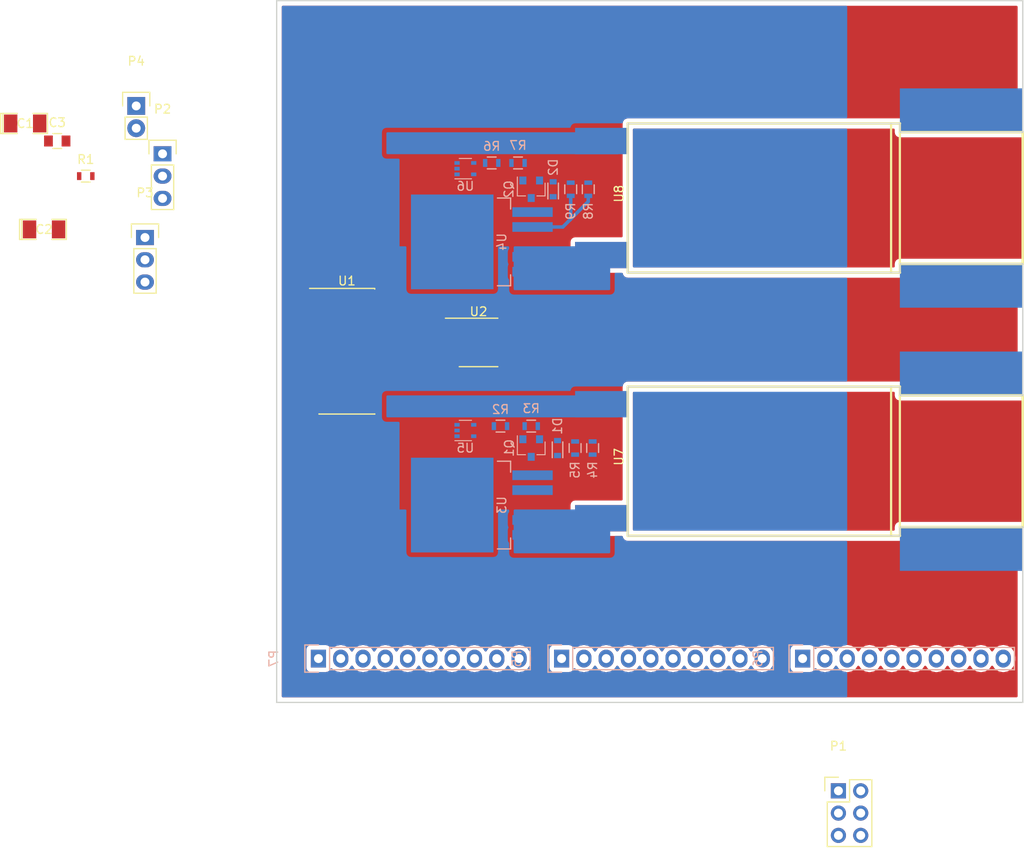
<source format=kicad_pcb>
(kicad_pcb (version 4) (host pcbnew 4.0.4+e1-6308~48~ubuntu16.04.1-stable)

  (general
    (links 82)
    (no_connects 69)
    (area 184.924999 84.924999 270.075001 165.075001)
    (thickness 1.6)
    (drawings 20)
    (tracks 8)
    (zones 0)
    (modules 31)
    (nets 33)
  )

  (page A4)
  (layers
    (0 F.Cu signal)
    (31 B.Cu signal)
    (32 B.Adhes user hide)
    (33 F.Adhes user hide)
    (34 B.Paste user hide)
    (35 F.Paste user hide)
    (36 B.SilkS user hide)
    (37 F.SilkS user)
    (38 B.Mask user hide)
    (39 F.Mask user hide)
    (40 Dwgs.User user hide)
    (41 Cmts.User user hide)
    (42 Eco1.User user hide)
    (43 Eco2.User user hide)
    (44 Edge.Cuts user)
    (45 Margin user hide)
    (46 B.CrtYd user hide)
    (47 F.CrtYd user hide)
    (48 B.Fab user hide)
    (49 F.Fab user hide)
  )

  (setup
    (last_trace_width 0.25)
    (user_trace_width 0.3)
    (user_trace_width 0.4)
    (user_trace_width 0.5)
    (user_trace_width 0.6)
    (trace_clearance 0.2)
    (zone_clearance 0.508)
    (zone_45_only yes)
    (trace_min 0.2)
    (segment_width 0.2)
    (edge_width 0.15)
    (via_size 1.3)
    (via_drill 1)
    (via_min_size 0.4)
    (via_min_drill 0.3)
    (uvia_size 0.3)
    (uvia_drill 0.1)
    (uvias_allowed no)
    (uvia_min_size 0.2)
    (uvia_min_drill 0.1)
    (pcb_text_width 0.3)
    (pcb_text_size 1.5 1.5)
    (mod_edge_width 0.15)
    (mod_text_size 1 1)
    (mod_text_width 0.15)
    (pad_size 1.524 1.524)
    (pad_drill 0.762)
    (pad_to_mask_clearance 0.2)
    (aux_axis_origin 0 0)
    (visible_elements 7FFEFFFF)
    (pcbplotparams
      (layerselection 0x01000_80000001)
      (usegerberextensions false)
      (excludeedgelayer true)
      (linewidth 0.100000)
      (plotframeref false)
      (viasonmask false)
      (mode 1)
      (useauxorigin false)
      (hpglpennumber 1)
      (hpglpenspeed 20)
      (hpglpendiameter 15)
      (hpglpenoverlay 2)
      (psnegative false)
      (psa4output false)
      (plotreference true)
      (plotvalue true)
      (plotinvisibletext false)
      (padsonsilk false)
      (subtractmaskfromsilk false)
      (outputformat 1)
      (mirror false)
      (drillshape 0)
      (scaleselection 1)
      (outputdirectory "../../../../media/mdh/FREDRIK H/ecs_sold/"))
  )

  (net 0 "")
  (net 1 +3V3)
  (net 2 GND)
  (net 3 "Net-(Q1-Pad1)")
  (net 4 "Net-(D1-Pad1)")
  (net 5 "Net-(Q2-Pad1)")
  (net 6 "Net-(D2-Pad1)")
  (net 7 "Net-(R4-Pad1)")
  (net 8 "Net-(R8-Pad1)")
  (net 9 +BATT)
  (net 10 /pwr_mod_1/Power_Enanle_B)
  (net 11 "Net-(R2-Pad2)")
  (net 12 "Net-(R6-Pad2)")
  (net 13 /PWM1)
  (net 14 /pwr_mod_1/Power_Out)
  (net 15 /pwr_mod_2/Power_Out)
  (net 16 /PWM2)
  (net 17 /CH1)
  (net 18 /CH2)
  (net 19 /CH3)
  (net 20 /CH4)
  (net 21 /CH5)
  (net 22 /CH6)
  (net 23 /CH7)
  (net 24 /CH8)
  (net 25 /Enable_1)
  (net 26 /Enable_2)
  (net 27 "Net-(C2-Pad1)")
  (net 28 "Net-(C3-Pad1)")
  (net 29 /SDA)
  (net 30 /SCL)
  (net 31 "Net-(P2-Pad2)")
  (net 32 "Net-(P3-Pad2)")

  (net_class Default "This is the default net class."
    (clearance 0.2)
    (trace_width 0.25)
    (via_dia 1.3)
    (via_drill 1)
    (uvia_dia 0.3)
    (uvia_drill 0.1)
    (add_net +3V3)
    (add_net +BATT)
    (add_net /CH1)
    (add_net /CH2)
    (add_net /CH3)
    (add_net /CH4)
    (add_net /CH5)
    (add_net /CH6)
    (add_net /CH7)
    (add_net /CH8)
    (add_net /Enable_1)
    (add_net /Enable_2)
    (add_net /PWM1)
    (add_net /PWM2)
    (add_net /SCL)
    (add_net /SDA)
    (add_net /pwr_mod_1/Power_Enanle_B)
    (add_net /pwr_mod_1/Power_Out)
    (add_net /pwr_mod_2/Power_Out)
    (add_net GND)
    (add_net "Net-(C2-Pad1)")
    (add_net "Net-(C3-Pad1)")
    (add_net "Net-(D1-Pad1)")
    (add_net "Net-(D2-Pad1)")
    (add_net "Net-(P2-Pad2)")
    (add_net "Net-(P3-Pad2)")
    (add_net "Net-(Q1-Pad1)")
    (add_net "Net-(Q2-Pad1)")
    (add_net "Net-(R2-Pad2)")
    (add_net "Net-(R4-Pad1)")
    (add_net "Net-(R6-Pad2)")
    (add_net "Net-(R8-Pad1)")
  )

  (module TO_SOT_Packages_SMD:TO-263-5Lead (layer B.Cu) (tedit 584FC7B4) (tstamp 584EEB30)
    (at 214.15 112.5 180)
    (descr "D2PAK / TO-263 3-lead smd package")
    (tags "D2PAK D2PAK-3 TO-263AB TO-263")
    (path /584F5DF6/584EF2BD)
    (attr smd)
    (fp_text reference U4 (at 3.5 0 450) (layer B.SilkS)
      (effects (font (size 1 1) (thickness 0.15)) (justify mirror))
    )
    (fp_text value AUIPS7111S (at 15.25 0.25 450) (layer B.Fab)
      (effects (font (size 1 1) (thickness 0.15)) (justify mirror))
    )
    (fp_line (start 14.1 -5.65) (end -2.55 -5.65) (layer B.CrtYd) (width 0.05))
    (fp_line (start 14.1 5.65) (end 14.1 -5.65) (layer B.CrtYd) (width 0.05))
    (fp_line (start 14.1 5.65) (end -2.55 5.65) (layer B.CrtYd) (width 0.05))
    (fp_line (start -2.55 5.65) (end -2.55 -5.65) (layer B.CrtYd) (width 0.05))
    (fp_line (start 2.5 -5) (end 2.5 -3.75) (layer B.SilkS) (width 0.15))
    (fp_line (start 2.5 -5) (end 4 -5) (layer B.SilkS) (width 0.15))
    (fp_line (start 2.5 5) (end 4 5) (layer B.SilkS) (width 0.15))
    (fp_line (start 2.5 5) (end 2.5 3.75) (layer B.SilkS) (width 0.15))
    (pad 5 smd rect (at 0 -3.4 180) (size 4.6 1.1) (layers B.Cu B.Paste B.Mask)
      (net 15 /pwr_mod_2/Power_Out))
    (pad 4 smd rect (at 0 -1.7 180) (size 4.6 1.1) (layers B.Cu B.Paste B.Mask)
      (net 15 /pwr_mod_2/Power_Out))
    (pad 2 smd rect (at 0 1.7 180) (size 4.6 1.1) (layers B.Cu B.Paste B.Mask)
      (net 8 "Net-(R8-Pad1)"))
    (pad 3 smd rect (at 9.15 0 180) (size 9.4 10.8) (layers B.Cu B.Paste B.Mask)
      (net 9 +BATT))
    (pad 1 smd rect (at 0 3.4 180) (size 4.6 1.1) (layers B.Cu B.Paste B.Mask)
      (net 6 "Net-(D2-Pad1)"))
    (model TO_SOT_Packages_SMD.3dshapes/TO-263-5Lead.wrl
      (at (xyz 0 0 0))
      (scale (xyz 1 1 1))
      (rotate (xyz 0 0 90))
    )
  )

  (module TO_SOT_Packages_SMD:TO-263-5Lead (layer B.Cu) (tedit 584FC727) (tstamp 584EEB26)
    (at 214.15 142.5 180)
    (descr "D2PAK / TO-263 3-lead smd package")
    (tags "D2PAK D2PAK-3 TO-263AB TO-263")
    (path /584F1774/584EF2BD)
    (attr smd)
    (fp_text reference U3 (at 3.5 0 450) (layer B.SilkS)
      (effects (font (size 1 1) (thickness 0.15)) (justify mirror))
    )
    (fp_text value AUIPS7111S (at 15.25 0.25 450) (layer B.Fab)
      (effects (font (size 1 1) (thickness 0.15)) (justify mirror))
    )
    (fp_line (start 14.1 -5.65) (end -2.55 -5.65) (layer B.CrtYd) (width 0.05))
    (fp_line (start 14.1 5.65) (end 14.1 -5.65) (layer B.CrtYd) (width 0.05))
    (fp_line (start 14.1 5.65) (end -2.55 5.65) (layer B.CrtYd) (width 0.05))
    (fp_line (start -2.55 5.65) (end -2.55 -5.65) (layer B.CrtYd) (width 0.05))
    (fp_line (start 2.5 -5) (end 2.5 -3.75) (layer B.SilkS) (width 0.15))
    (fp_line (start 2.5 -5) (end 4 -5) (layer B.SilkS) (width 0.15))
    (fp_line (start 2.5 5) (end 4 5) (layer B.SilkS) (width 0.15))
    (fp_line (start 2.5 5) (end 2.5 3.75) (layer B.SilkS) (width 0.15))
    (pad 5 smd rect (at 0 -3.4 180) (size 4.6 1.1) (layers B.Cu B.Paste B.Mask)
      (net 14 /pwr_mod_1/Power_Out))
    (pad 4 smd rect (at 0 -1.7 180) (size 4.6 1.1) (layers B.Cu B.Paste B.Mask)
      (net 14 /pwr_mod_1/Power_Out))
    (pad 2 smd rect (at 0 1.7 180) (size 4.6 1.1) (layers B.Cu B.Paste B.Mask)
      (net 7 "Net-(R4-Pad1)"))
    (pad 3 smd rect (at 9.15 0 180) (size 9.4 10.8) (layers B.Cu B.Paste B.Mask)
      (net 9 +BATT))
    (pad 1 smd rect (at 0 3.4 180) (size 4.6 1.1) (layers B.Cu B.Paste B.Mask)
      (net 4 "Net-(D1-Pad1)"))
    (model TO_SOT_Packages_SMD.3dshapes/TO-263-5Lead.wrl
      (at (xyz 0 0 0))
      (scale (xyz 1 1 1))
      (rotate (xyz 0 0 90))
    )
  )

  (module TO_SOT_Packages_SMD:SOT-23 (layer B.Cu) (tedit 583F39EB) (tstamp 584EEA8F)
    (at 214 136 270)
    (descr "SOT-23, Standard")
    (tags SOT-23)
    (path /584F1774/584EF2D9)
    (attr smd)
    (fp_text reference Q1 (at 0 2.5 270) (layer B.SilkS)
      (effects (font (size 1 1) (thickness 0.15)) (justify mirror))
    )
    (fp_text value BC847CE6327HTSA1 (at 0 -2.5 270) (layer B.Fab)
      (effects (font (size 1 1) (thickness 0.15)) (justify mirror))
    )
    (fp_line (start 0.76 -1.58) (end 0.76 -0.65) (layer B.SilkS) (width 0.12))
    (fp_line (start 0.76 1.58) (end 0.76 0.65) (layer B.SilkS) (width 0.12))
    (fp_line (start 0.7 1.52) (end 0.7 -1.52) (layer B.Fab) (width 0.15))
    (fp_line (start -0.7 -1.52) (end 0.7 -1.52) (layer B.Fab) (width 0.15))
    (fp_line (start -1.7 1.75) (end 1.7 1.75) (layer B.CrtYd) (width 0.05))
    (fp_line (start 1.7 1.75) (end 1.7 -1.75) (layer B.CrtYd) (width 0.05))
    (fp_line (start 1.7 -1.75) (end -1.7 -1.75) (layer B.CrtYd) (width 0.05))
    (fp_line (start -1.7 -1.75) (end -1.7 1.75) (layer B.CrtYd) (width 0.05))
    (fp_line (start 0.76 1.58) (end -1.4 1.58) (layer B.SilkS) (width 0.12))
    (fp_line (start -0.7 1.52) (end 0.7 1.52) (layer B.Fab) (width 0.15))
    (fp_line (start -0.7 1.52) (end -0.7 -1.52) (layer B.Fab) (width 0.15))
    (fp_line (start 0.76 -1.58) (end -0.7 -1.58) (layer B.SilkS) (width 0.12))
    (pad 1 smd rect (at -1 0.95 270) (size 0.9 0.8) (layers B.Cu B.Paste B.Mask)
      (net 3 "Net-(Q1-Pad1)"))
    (pad 2 smd rect (at -1 -0.95 270) (size 0.9 0.8) (layers B.Cu B.Paste B.Mask)
      (net 2 GND))
    (pad 3 smd rect (at 1 0 270) (size 0.9 0.8) (layers B.Cu B.Paste B.Mask)
      (net 4 "Net-(D1-Pad1)"))
    (model TO_SOT_Packages_SMD.3dshapes/SOT-23.wrl
      (at (xyz 0 0 0))
      (scale (xyz 1 1 1))
      (rotate (xyz 0 0 90))
    )
  )

  (module TO_SOT_Packages_SMD:SOT-23 (layer B.Cu) (tedit 583F39EB) (tstamp 584EEA96)
    (at 214 106.5 270)
    (descr "SOT-23, Standard")
    (tags SOT-23)
    (path /584F5DF6/584EF2D9)
    (attr smd)
    (fp_text reference Q2 (at 0 2.55 450) (layer B.SilkS)
      (effects (font (size 1 1) (thickness 0.15)) (justify mirror))
    )
    (fp_text value BC847CE6327HTSA1 (at 0 -2.5 270) (layer B.Fab)
      (effects (font (size 1 1) (thickness 0.15)) (justify mirror))
    )
    (fp_line (start 0.76 -1.58) (end 0.76 -0.65) (layer B.SilkS) (width 0.12))
    (fp_line (start 0.76 1.58) (end 0.76 0.65) (layer B.SilkS) (width 0.12))
    (fp_line (start 0.7 1.52) (end 0.7 -1.52) (layer B.Fab) (width 0.15))
    (fp_line (start -0.7 -1.52) (end 0.7 -1.52) (layer B.Fab) (width 0.15))
    (fp_line (start -1.7 1.75) (end 1.7 1.75) (layer B.CrtYd) (width 0.05))
    (fp_line (start 1.7 1.75) (end 1.7 -1.75) (layer B.CrtYd) (width 0.05))
    (fp_line (start 1.7 -1.75) (end -1.7 -1.75) (layer B.CrtYd) (width 0.05))
    (fp_line (start -1.7 -1.75) (end -1.7 1.75) (layer B.CrtYd) (width 0.05))
    (fp_line (start 0.76 1.58) (end -1.4 1.58) (layer B.SilkS) (width 0.12))
    (fp_line (start -0.7 1.52) (end 0.7 1.52) (layer B.Fab) (width 0.15))
    (fp_line (start -0.7 1.52) (end -0.7 -1.52) (layer B.Fab) (width 0.15))
    (fp_line (start 0.76 -1.58) (end -0.7 -1.58) (layer B.SilkS) (width 0.12))
    (pad 1 smd rect (at -1 0.95 270) (size 0.9 0.8) (layers B.Cu B.Paste B.Mask)
      (net 5 "Net-(Q2-Pad1)"))
    (pad 2 smd rect (at -1 -0.95 270) (size 0.9 0.8) (layers B.Cu B.Paste B.Mask)
      (net 2 GND))
    (pad 3 smd rect (at 1 0 270) (size 0.9 0.8) (layers B.Cu B.Paste B.Mask)
      (net 6 "Net-(D2-Pad1)"))
    (model TO_SOT_Packages_SMD.3dshapes/SOT-23.wrl
      (at (xyz 0 0 0))
      (scale (xyz 1 1 1))
      (rotate (xyz 0 0 90))
    )
  )

  (module Resistors_SMD:R_0603 (layer B.Cu) (tedit 58307A47) (tstamp 584EEAA2)
    (at 210.5 133.5 180)
    (descr "Resistor SMD 0603, reflow soldering, Vishay (see dcrcw.pdf)")
    (tags "resistor 0603")
    (path /584F1774/584EF2CB)
    (attr smd)
    (fp_text reference R2 (at 0 1.9 180) (layer B.SilkS)
      (effects (font (size 1 1) (thickness 0.15)) (justify mirror))
    )
    (fp_text value R (at 0 -1.9 180) (layer B.Fab)
      (effects (font (size 1 1) (thickness 0.15)) (justify mirror))
    )
    (fp_line (start -0.8 -0.4) (end -0.8 0.4) (layer B.Fab) (width 0.1))
    (fp_line (start 0.8 -0.4) (end -0.8 -0.4) (layer B.Fab) (width 0.1))
    (fp_line (start 0.8 0.4) (end 0.8 -0.4) (layer B.Fab) (width 0.1))
    (fp_line (start -0.8 0.4) (end 0.8 0.4) (layer B.Fab) (width 0.1))
    (fp_line (start -1.3 0.8) (end 1.3 0.8) (layer B.CrtYd) (width 0.05))
    (fp_line (start -1.3 -0.8) (end 1.3 -0.8) (layer B.CrtYd) (width 0.05))
    (fp_line (start -1.3 0.8) (end -1.3 -0.8) (layer B.CrtYd) (width 0.05))
    (fp_line (start 1.3 0.8) (end 1.3 -0.8) (layer B.CrtYd) (width 0.05))
    (fp_line (start 0.5 -0.675) (end -0.5 -0.675) (layer B.SilkS) (width 0.15))
    (fp_line (start -0.5 0.675) (end 0.5 0.675) (layer B.SilkS) (width 0.15))
    (pad 1 smd rect (at -0.75 0 180) (size 0.5 0.9) (layers B.Cu B.Paste B.Mask)
      (net 3 "Net-(Q1-Pad1)"))
    (pad 2 smd rect (at 0.75 0 180) (size 0.5 0.9) (layers B.Cu B.Paste B.Mask)
      (net 11 "Net-(R2-Pad2)"))
    (model Resistors_SMD.3dshapes/R_0603.wrl
      (at (xyz 0 0 0))
      (scale (xyz 1 1 1))
      (rotate (xyz 0 0 0))
    )
  )

  (module Resistors_SMD:R_0603 (layer B.Cu) (tedit 58307A47) (tstamp 584EEAA8)
    (at 214 133.5)
    (descr "Resistor SMD 0603, reflow soldering, Vishay (see dcrcw.pdf)")
    (tags "resistor 0603")
    (path /584F1774/584EF2C4)
    (attr smd)
    (fp_text reference R3 (at 0 -2) (layer B.SilkS)
      (effects (font (size 1 1) (thickness 0.15)) (justify mirror))
    )
    (fp_text value R (at 0 -1.9) (layer B.Fab)
      (effects (font (size 1 1) (thickness 0.15)) (justify mirror))
    )
    (fp_line (start -0.8 -0.4) (end -0.8 0.4) (layer B.Fab) (width 0.1))
    (fp_line (start 0.8 -0.4) (end -0.8 -0.4) (layer B.Fab) (width 0.1))
    (fp_line (start 0.8 0.4) (end 0.8 -0.4) (layer B.Fab) (width 0.1))
    (fp_line (start -0.8 0.4) (end 0.8 0.4) (layer B.Fab) (width 0.1))
    (fp_line (start -1.3 0.8) (end 1.3 0.8) (layer B.CrtYd) (width 0.05))
    (fp_line (start -1.3 -0.8) (end 1.3 -0.8) (layer B.CrtYd) (width 0.05))
    (fp_line (start -1.3 0.8) (end -1.3 -0.8) (layer B.CrtYd) (width 0.05))
    (fp_line (start 1.3 0.8) (end 1.3 -0.8) (layer B.CrtYd) (width 0.05))
    (fp_line (start 0.5 -0.675) (end -0.5 -0.675) (layer B.SilkS) (width 0.15))
    (fp_line (start -0.5 0.675) (end 0.5 0.675) (layer B.SilkS) (width 0.15))
    (pad 1 smd rect (at -0.75 0) (size 0.5 0.9) (layers B.Cu B.Paste B.Mask)
      (net 3 "Net-(Q1-Pad1)"))
    (pad 2 smd rect (at 0.75 0) (size 0.5 0.9) (layers B.Cu B.Paste B.Mask)
      (net 2 GND))
    (model Resistors_SMD.3dshapes/R_0603.wrl
      (at (xyz 0 0 0))
      (scale (xyz 1 1 1))
      (rotate (xyz 0 0 0))
    )
  )

  (module Resistors_SMD:R_0603 (layer B.Cu) (tedit 58307A47) (tstamp 584EEAAE)
    (at 221 136 90)
    (descr "Resistor SMD 0603, reflow soldering, Vishay (see dcrcw.pdf)")
    (tags "resistor 0603")
    (path /584F1774/584EF2E7)
    (attr smd)
    (fp_text reference R4 (at -2.5 0 90) (layer B.SilkS)
      (effects (font (size 1 1) (thickness 0.15)) (justify mirror))
    )
    (fp_text value R (at 0 -1.9 90) (layer B.Fab)
      (effects (font (size 1 1) (thickness 0.15)) (justify mirror))
    )
    (fp_line (start -0.8 -0.4) (end -0.8 0.4) (layer B.Fab) (width 0.1))
    (fp_line (start 0.8 -0.4) (end -0.8 -0.4) (layer B.Fab) (width 0.1))
    (fp_line (start 0.8 0.4) (end 0.8 -0.4) (layer B.Fab) (width 0.1))
    (fp_line (start -0.8 0.4) (end 0.8 0.4) (layer B.Fab) (width 0.1))
    (fp_line (start -1.3 0.8) (end 1.3 0.8) (layer B.CrtYd) (width 0.05))
    (fp_line (start -1.3 -0.8) (end 1.3 -0.8) (layer B.CrtYd) (width 0.05))
    (fp_line (start -1.3 0.8) (end -1.3 -0.8) (layer B.CrtYd) (width 0.05))
    (fp_line (start 1.3 0.8) (end 1.3 -0.8) (layer B.CrtYd) (width 0.05))
    (fp_line (start 0.5 -0.675) (end -0.5 -0.675) (layer B.SilkS) (width 0.15))
    (fp_line (start -0.5 0.675) (end 0.5 0.675) (layer B.SilkS) (width 0.15))
    (pad 1 smd rect (at -0.75 0 90) (size 0.5 0.9) (layers B.Cu B.Paste B.Mask)
      (net 7 "Net-(R4-Pad1)"))
    (pad 2 smd rect (at 0.75 0 90) (size 0.5 0.9) (layers B.Cu B.Paste B.Mask)
      (net 17 /CH1))
    (model Resistors_SMD.3dshapes/R_0603.wrl
      (at (xyz 0 0 0))
      (scale (xyz 1 1 1))
      (rotate (xyz 0 0 0))
    )
  )

  (module Resistors_SMD:R_0603 (layer B.Cu) (tedit 58307A47) (tstamp 584EEAB4)
    (at 219 136 270)
    (descr "Resistor SMD 0603, reflow soldering, Vishay (see dcrcw.pdf)")
    (tags "resistor 0603")
    (path /584F1774/584EF2D2)
    (attr smd)
    (fp_text reference R5 (at 2.5 0 270) (layer B.SilkS)
      (effects (font (size 1 1) (thickness 0.15)) (justify mirror))
    )
    (fp_text value R (at 0 -1.9 270) (layer B.Fab)
      (effects (font (size 1 1) (thickness 0.15)) (justify mirror))
    )
    (fp_line (start -0.8 -0.4) (end -0.8 0.4) (layer B.Fab) (width 0.1))
    (fp_line (start 0.8 -0.4) (end -0.8 -0.4) (layer B.Fab) (width 0.1))
    (fp_line (start 0.8 0.4) (end 0.8 -0.4) (layer B.Fab) (width 0.1))
    (fp_line (start -0.8 0.4) (end 0.8 0.4) (layer B.Fab) (width 0.1))
    (fp_line (start -1.3 0.8) (end 1.3 0.8) (layer B.CrtYd) (width 0.05))
    (fp_line (start -1.3 -0.8) (end 1.3 -0.8) (layer B.CrtYd) (width 0.05))
    (fp_line (start -1.3 0.8) (end -1.3 -0.8) (layer B.CrtYd) (width 0.05))
    (fp_line (start 1.3 0.8) (end 1.3 -0.8) (layer B.CrtYd) (width 0.05))
    (fp_line (start 0.5 -0.675) (end -0.5 -0.675) (layer B.SilkS) (width 0.15))
    (fp_line (start -0.5 0.675) (end 0.5 0.675) (layer B.SilkS) (width 0.15))
    (pad 1 smd rect (at -0.75 0 270) (size 0.5 0.9) (layers B.Cu B.Paste B.Mask)
      (net 2 GND))
    (pad 2 smd rect (at 0.75 0 270) (size 0.5 0.9) (layers B.Cu B.Paste B.Mask)
      (net 7 "Net-(R4-Pad1)"))
    (model Resistors_SMD.3dshapes/R_0603.wrl
      (at (xyz 0 0 0))
      (scale (xyz 1 1 1))
      (rotate (xyz 0 0 0))
    )
  )

  (module Resistors_SMD:R_0603 (layer B.Cu) (tedit 58307A47) (tstamp 584EEABA)
    (at 209.5 103.5 180)
    (descr "Resistor SMD 0603, reflow soldering, Vishay (see dcrcw.pdf)")
    (tags "resistor 0603")
    (path /584F5DF6/584EF2CB)
    (attr smd)
    (fp_text reference R6 (at 0 1.9 180) (layer B.SilkS)
      (effects (font (size 1 1) (thickness 0.15)) (justify mirror))
    )
    (fp_text value R (at 0 -1.9 180) (layer B.Fab)
      (effects (font (size 1 1) (thickness 0.15)) (justify mirror))
    )
    (fp_line (start -0.8 -0.4) (end -0.8 0.4) (layer B.Fab) (width 0.1))
    (fp_line (start 0.8 -0.4) (end -0.8 -0.4) (layer B.Fab) (width 0.1))
    (fp_line (start 0.8 0.4) (end 0.8 -0.4) (layer B.Fab) (width 0.1))
    (fp_line (start -0.8 0.4) (end 0.8 0.4) (layer B.Fab) (width 0.1))
    (fp_line (start -1.3 0.8) (end 1.3 0.8) (layer B.CrtYd) (width 0.05))
    (fp_line (start -1.3 -0.8) (end 1.3 -0.8) (layer B.CrtYd) (width 0.05))
    (fp_line (start -1.3 0.8) (end -1.3 -0.8) (layer B.CrtYd) (width 0.05))
    (fp_line (start 1.3 0.8) (end 1.3 -0.8) (layer B.CrtYd) (width 0.05))
    (fp_line (start 0.5 -0.675) (end -0.5 -0.675) (layer B.SilkS) (width 0.15))
    (fp_line (start -0.5 0.675) (end 0.5 0.675) (layer B.SilkS) (width 0.15))
    (pad 1 smd rect (at -0.75 0 180) (size 0.5 0.9) (layers B.Cu B.Paste B.Mask)
      (net 5 "Net-(Q2-Pad1)"))
    (pad 2 smd rect (at 0.75 0 180) (size 0.5 0.9) (layers B.Cu B.Paste B.Mask)
      (net 12 "Net-(R6-Pad2)"))
    (model Resistors_SMD.3dshapes/R_0603.wrl
      (at (xyz 0 0 0))
      (scale (xyz 1 1 1))
      (rotate (xyz 0 0 0))
    )
  )

  (module Resistors_SMD:R_0603 (layer B.Cu) (tedit 58307A47) (tstamp 584EEAC0)
    (at 212.5 103.5)
    (descr "Resistor SMD 0603, reflow soldering, Vishay (see dcrcw.pdf)")
    (tags "resistor 0603")
    (path /584F5DF6/584EF2C4)
    (attr smd)
    (fp_text reference R7 (at 0 -2) (layer B.SilkS)
      (effects (font (size 1 1) (thickness 0.15)) (justify mirror))
    )
    (fp_text value R (at 0 -1.9) (layer B.Fab)
      (effects (font (size 1 1) (thickness 0.15)) (justify mirror))
    )
    (fp_line (start -0.8 -0.4) (end -0.8 0.4) (layer B.Fab) (width 0.1))
    (fp_line (start 0.8 -0.4) (end -0.8 -0.4) (layer B.Fab) (width 0.1))
    (fp_line (start 0.8 0.4) (end 0.8 -0.4) (layer B.Fab) (width 0.1))
    (fp_line (start -0.8 0.4) (end 0.8 0.4) (layer B.Fab) (width 0.1))
    (fp_line (start -1.3 0.8) (end 1.3 0.8) (layer B.CrtYd) (width 0.05))
    (fp_line (start -1.3 -0.8) (end 1.3 -0.8) (layer B.CrtYd) (width 0.05))
    (fp_line (start -1.3 0.8) (end -1.3 -0.8) (layer B.CrtYd) (width 0.05))
    (fp_line (start 1.3 0.8) (end 1.3 -0.8) (layer B.CrtYd) (width 0.05))
    (fp_line (start 0.5 -0.675) (end -0.5 -0.675) (layer B.SilkS) (width 0.15))
    (fp_line (start -0.5 0.675) (end 0.5 0.675) (layer B.SilkS) (width 0.15))
    (pad 1 smd rect (at -0.75 0) (size 0.5 0.9) (layers B.Cu B.Paste B.Mask)
      (net 5 "Net-(Q2-Pad1)"))
    (pad 2 smd rect (at 0.75 0) (size 0.5 0.9) (layers B.Cu B.Paste B.Mask)
      (net 2 GND))
    (model Resistors_SMD.3dshapes/R_0603.wrl
      (at (xyz 0 0 0))
      (scale (xyz 1 1 1))
      (rotate (xyz 0 0 0))
    )
  )

  (module Resistors_SMD:R_0603 (layer B.Cu) (tedit 58307A47) (tstamp 584EEAC6)
    (at 220.5 106.5 90)
    (descr "Resistor SMD 0603, reflow soldering, Vishay (see dcrcw.pdf)")
    (tags "resistor 0603")
    (path /584F5DF6/584EF2E7)
    (attr smd)
    (fp_text reference R8 (at -2.5 0 90) (layer B.SilkS)
      (effects (font (size 1 1) (thickness 0.15)) (justify mirror))
    )
    (fp_text value R (at 0 -1.9 90) (layer B.Fab)
      (effects (font (size 1 1) (thickness 0.15)) (justify mirror))
    )
    (fp_line (start -0.8 -0.4) (end -0.8 0.4) (layer B.Fab) (width 0.1))
    (fp_line (start 0.8 -0.4) (end -0.8 -0.4) (layer B.Fab) (width 0.1))
    (fp_line (start 0.8 0.4) (end 0.8 -0.4) (layer B.Fab) (width 0.1))
    (fp_line (start -0.8 0.4) (end 0.8 0.4) (layer B.Fab) (width 0.1))
    (fp_line (start -1.3 0.8) (end 1.3 0.8) (layer B.CrtYd) (width 0.05))
    (fp_line (start -1.3 -0.8) (end 1.3 -0.8) (layer B.CrtYd) (width 0.05))
    (fp_line (start -1.3 0.8) (end -1.3 -0.8) (layer B.CrtYd) (width 0.05))
    (fp_line (start 1.3 0.8) (end 1.3 -0.8) (layer B.CrtYd) (width 0.05))
    (fp_line (start 0.5 -0.675) (end -0.5 -0.675) (layer B.SilkS) (width 0.15))
    (fp_line (start -0.5 0.675) (end 0.5 0.675) (layer B.SilkS) (width 0.15))
    (pad 1 smd rect (at -0.75 0 90) (size 0.5 0.9) (layers B.Cu B.Paste B.Mask)
      (net 8 "Net-(R8-Pad1)"))
    (pad 2 smd rect (at 0.75 0 90) (size 0.5 0.9) (layers B.Cu B.Paste B.Mask)
      (net 18 /CH2))
    (model Resistors_SMD.3dshapes/R_0603.wrl
      (at (xyz 0 0 0))
      (scale (xyz 1 1 1))
      (rotate (xyz 0 0 0))
    )
  )

  (module Resistors_SMD:R_0603 (layer B.Cu) (tedit 58307A47) (tstamp 584EEACC)
    (at 218.5 106.5 270)
    (descr "Resistor SMD 0603, reflow soldering, Vishay (see dcrcw.pdf)")
    (tags "resistor 0603")
    (path /584F5DF6/584EF2D2)
    (attr smd)
    (fp_text reference R9 (at 2.5 0 270) (layer B.SilkS)
      (effects (font (size 1 1) (thickness 0.15)) (justify mirror))
    )
    (fp_text value R (at 0 -1.9 270) (layer B.Fab)
      (effects (font (size 1 1) (thickness 0.15)) (justify mirror))
    )
    (fp_line (start -0.8 -0.4) (end -0.8 0.4) (layer B.Fab) (width 0.1))
    (fp_line (start 0.8 -0.4) (end -0.8 -0.4) (layer B.Fab) (width 0.1))
    (fp_line (start 0.8 0.4) (end 0.8 -0.4) (layer B.Fab) (width 0.1))
    (fp_line (start -0.8 0.4) (end 0.8 0.4) (layer B.Fab) (width 0.1))
    (fp_line (start -1.3 0.8) (end 1.3 0.8) (layer B.CrtYd) (width 0.05))
    (fp_line (start -1.3 -0.8) (end 1.3 -0.8) (layer B.CrtYd) (width 0.05))
    (fp_line (start -1.3 0.8) (end -1.3 -0.8) (layer B.CrtYd) (width 0.05))
    (fp_line (start 1.3 0.8) (end 1.3 -0.8) (layer B.CrtYd) (width 0.05))
    (fp_line (start 0.5 -0.675) (end -0.5 -0.675) (layer B.SilkS) (width 0.15))
    (fp_line (start -0.5 0.675) (end 0.5 0.675) (layer B.SilkS) (width 0.15))
    (pad 1 smd rect (at -0.75 0 270) (size 0.5 0.9) (layers B.Cu B.Paste B.Mask)
      (net 2 GND))
    (pad 2 smd rect (at 0.75 0 270) (size 0.5 0.9) (layers B.Cu B.Paste B.Mask)
      (net 8 "Net-(R8-Pad1)"))
    (model Resistors_SMD.3dshapes/R_0603.wrl
      (at (xyz 0 0 0))
      (scale (xyz 1 1 1))
      (rotate (xyz 0 0 0))
    )
  )

  (module TO_SOT_Packages_SMD:SOT-353 (layer B.Cu) (tedit 583F3CBD) (tstamp 584EF2C5)
    (at 206.5 134)
    (descr SOT353)
    (path /584F1774/584F6D45)
    (attr smd)
    (fp_text reference U5 (at 0 2) (layer B.SilkS)
      (effects (font (size 1 1) (thickness 0.15)) (justify mirror))
    )
    (fp_text value 74LVC1G08 (at 0 -2.25 180) (layer B.Fab)
      (effects (font (size 1 1) (thickness 0.15)) (justify mirror))
    )
    (fp_line (start 0.7 1.16) (end -1.2 1.16) (layer B.SilkS) (width 0.12))
    (fp_line (start -0.7 -1.16) (end 0.7 -1.16) (layer B.SilkS) (width 0.12))
    (fp_line (start 1.5 -1.35) (end 1.5 1.35) (layer B.CrtYd) (width 0.05))
    (fp_line (start -1.5 1.35) (end -1.5 -1.35) (layer B.CrtYd) (width 0.05))
    (fp_line (start -1.5 1.35) (end 1.5 1.35) (layer B.CrtYd) (width 0.05))
    (fp_line (start 0.675 1.1) (end -0.675 1.1) (layer B.Fab) (width 0.15))
    (fp_line (start -0.675 1.1) (end -0.675 -1.1) (layer B.Fab) (width 0.15))
    (fp_line (start -1.5 -1.35) (end 1.5 -1.35) (layer B.CrtYd) (width 0.05))
    (fp_line (start 0.675 1.1) (end 0.675 -1.1) (layer B.Fab) (width 0.15))
    (fp_line (start 0.675 -1.1) (end -0.675 -1.1) (layer B.Fab) (width 0.15))
    (pad 1 smd rect (at -0.95 0.65) (size 0.6 0.42) (layers B.Cu B.Paste B.Mask)
      (net 25 /Enable_1))
    (pad 3 smd rect (at -0.95 -0.65) (size 0.6 0.42) (layers B.Cu B.Paste B.Mask)
      (net 2 GND))
    (pad 5 smd rect (at 0.95 0.65) (size 0.6 0.42) (layers B.Cu B.Paste B.Mask)
      (net 1 +3V3))
    (pad 2 smd rect (at -0.95 0) (size 0.6 0.42) (layers B.Cu B.Paste B.Mask)
      (net 10 /pwr_mod_1/Power_Enanle_B))
    (pad 4 smd rect (at 0.95 -0.65) (size 0.6 0.42) (layers B.Cu B.Paste B.Mask)
      (net 11 "Net-(R2-Pad2)"))
    (model TO_SOT_Packages_SMD.3dshapes/SOT-353.wrl
      (at (xyz 0 0 0))
      (scale (xyz 0.07000000000000001 0.09 0.08))
      (rotate (xyz 0 0 90))
    )
  )

  (module TO_SOT_Packages_SMD:SOT-353 (layer B.Cu) (tedit 583F3CBD) (tstamp 584EF2CE)
    (at 206.5 104.15)
    (descr SOT353)
    (path /584F5DF6/584F6D45)
    (attr smd)
    (fp_text reference U6 (at 0 2) (layer B.SilkS)
      (effects (font (size 1 1) (thickness 0.15)) (justify mirror))
    )
    (fp_text value 74LVC1G08 (at 0 -2.25 180) (layer B.Fab)
      (effects (font (size 1 1) (thickness 0.15)) (justify mirror))
    )
    (fp_line (start 0.7 1.16) (end -1.2 1.16) (layer B.SilkS) (width 0.12))
    (fp_line (start -0.7 -1.16) (end 0.7 -1.16) (layer B.SilkS) (width 0.12))
    (fp_line (start 1.5 -1.35) (end 1.5 1.35) (layer B.CrtYd) (width 0.05))
    (fp_line (start -1.5 1.35) (end -1.5 -1.35) (layer B.CrtYd) (width 0.05))
    (fp_line (start -1.5 1.35) (end 1.5 1.35) (layer B.CrtYd) (width 0.05))
    (fp_line (start 0.675 1.1) (end -0.675 1.1) (layer B.Fab) (width 0.15))
    (fp_line (start -0.675 1.1) (end -0.675 -1.1) (layer B.Fab) (width 0.15))
    (fp_line (start -1.5 -1.35) (end 1.5 -1.35) (layer B.CrtYd) (width 0.05))
    (fp_line (start 0.675 1.1) (end 0.675 -1.1) (layer B.Fab) (width 0.15))
    (fp_line (start 0.675 -1.1) (end -0.675 -1.1) (layer B.Fab) (width 0.15))
    (pad 1 smd rect (at -0.95 0.65) (size 0.6 0.42) (layers B.Cu B.Paste B.Mask)
      (net 26 /Enable_2))
    (pad 3 smd rect (at -0.95 -0.65) (size 0.6 0.42) (layers B.Cu B.Paste B.Mask)
      (net 2 GND))
    (pad 5 smd rect (at 0.95 0.65) (size 0.6 0.42) (layers B.Cu B.Paste B.Mask)
      (net 1 +3V3))
    (pad 2 smd rect (at -0.95 0) (size 0.6 0.42) (layers B.Cu B.Paste B.Mask)
      (net 10 /pwr_mod_1/Power_Enanle_B))
    (pad 4 smd rect (at 0.95 -0.65) (size 0.6 0.42) (layers B.Cu B.Paste B.Mask)
      (net 12 "Net-(R6-Pad2)"))
    (model TO_SOT_Packages_SMD.3dshapes/SOT-353.wrl
      (at (xyz 0 0 0))
      (scale (xyz 0.07000000000000001 0.09 0.08))
      (rotate (xyz 0 0 90))
    )
  )

  (module Diodes_SMD:D_0603 (layer B.Cu) (tedit 574BBA57) (tstamp 584FC99F)
    (at 217 136 90)
    (descr "Diode SMD in 0603 package")
    (tags "smd diode")
    (path /584F1774/584EF2E0)
    (attr smd)
    (fp_text reference D1 (at 2.5 0 90) (layer B.SilkS)
      (effects (font (size 1 1) (thickness 0.15)) (justify mirror))
    )
    (fp_text value D (at 0 1.5 90) (layer B.Fab)
      (effects (font (size 1 1) (thickness 0.15)) (justify mirror))
    )
    (fp_line (start 1.5 -0.8) (end 1.5 0.8) (layer B.CrtYd) (width 0.05))
    (fp_line (start -1.5 -0.8) (end 1.5 -0.8) (layer B.CrtYd) (width 0.05))
    (fp_line (start -1.5 0.8) (end -1.5 -0.8) (layer B.CrtYd) (width 0.05))
    (fp_line (start 1.5 0.8) (end -1.5 0.8) (layer B.CrtYd) (width 0.05))
    (fp_line (start 0.2 0) (end 0.4 0) (layer B.Fab) (width 0.15))
    (fp_line (start -0.1 0) (end -0.3 0) (layer B.Fab) (width 0.15))
    (fp_line (start -0.1 0.2) (end -0.1 -0.2) (layer B.Fab) (width 0.15))
    (fp_line (start 0.2 -0.2) (end 0.2 0.2) (layer B.Fab) (width 0.15))
    (fp_line (start -0.1 0) (end 0.2 -0.2) (layer B.Fab) (width 0.15))
    (fp_line (start 0.2 0.2) (end -0.1 0) (layer B.Fab) (width 0.15))
    (fp_line (start -0.8 -0.5) (end -0.8 0.5) (layer B.Fab) (width 0.15))
    (fp_line (start 0.8 -0.5) (end -0.8 -0.5) (layer B.Fab) (width 0.15))
    (fp_line (start 0.8 0.5) (end 0.8 -0.5) (layer B.Fab) (width 0.15))
    (fp_line (start -0.8 0.5) (end 0.8 0.5) (layer B.Fab) (width 0.15))
    (fp_line (start -1.1 -0.6) (end 0.7 -0.6) (layer B.SilkS) (width 0.15))
    (fp_line (start -1.1 0.6) (end 0.7 0.6) (layer B.SilkS) (width 0.15))
    (pad 1 smd rect (at -0.85 0 90) (size 0.6 0.8) (layers B.Cu B.Paste B.Mask)
      (net 4 "Net-(D1-Pad1)"))
    (pad 2 smd rect (at 0.85 0 90) (size 0.6 0.8) (layers B.Cu B.Paste B.Mask)
      (net 2 GND))
  )

  (module Diodes_SMD:D_0603 (layer B.Cu) (tedit 574BBA57) (tstamp 584FC9A4)
    (at 216.5 106.5 90)
    (descr "Diode SMD in 0603 package")
    (tags "smd diode")
    (path /584F5DF6/584EF2E0)
    (attr smd)
    (fp_text reference D2 (at 2.5 0 90) (layer B.SilkS)
      (effects (font (size 1 1) (thickness 0.15)) (justify mirror))
    )
    (fp_text value D (at 0 1.5 90) (layer B.Fab)
      (effects (font (size 1 1) (thickness 0.15)) (justify mirror))
    )
    (fp_line (start 1.5 -0.8) (end 1.5 0.8) (layer B.CrtYd) (width 0.05))
    (fp_line (start -1.5 -0.8) (end 1.5 -0.8) (layer B.CrtYd) (width 0.05))
    (fp_line (start -1.5 0.8) (end -1.5 -0.8) (layer B.CrtYd) (width 0.05))
    (fp_line (start 1.5 0.8) (end -1.5 0.8) (layer B.CrtYd) (width 0.05))
    (fp_line (start 0.2 0) (end 0.4 0) (layer B.Fab) (width 0.15))
    (fp_line (start -0.1 0) (end -0.3 0) (layer B.Fab) (width 0.15))
    (fp_line (start -0.1 0.2) (end -0.1 -0.2) (layer B.Fab) (width 0.15))
    (fp_line (start 0.2 -0.2) (end 0.2 0.2) (layer B.Fab) (width 0.15))
    (fp_line (start -0.1 0) (end 0.2 -0.2) (layer B.Fab) (width 0.15))
    (fp_line (start 0.2 0.2) (end -0.1 0) (layer B.Fab) (width 0.15))
    (fp_line (start -0.8 -0.5) (end -0.8 0.5) (layer B.Fab) (width 0.15))
    (fp_line (start 0.8 -0.5) (end -0.8 -0.5) (layer B.Fab) (width 0.15))
    (fp_line (start 0.8 0.5) (end 0.8 -0.5) (layer B.Fab) (width 0.15))
    (fp_line (start -0.8 0.5) (end 0.8 0.5) (layer B.Fab) (width 0.15))
    (fp_line (start -1.1 -0.6) (end 0.7 -0.6) (layer B.SilkS) (width 0.15))
    (fp_line (start -1.1 0.6) (end 0.7 0.6) (layer B.SilkS) (width 0.15))
    (pad 1 smd rect (at -0.85 0 90) (size 0.6 0.8) (layers B.Cu B.Paste B.Mask)
      (net 6 "Net-(D2-Pad1)"))
    (pad 2 smd rect (at 0.85 0 90) (size 0.6 0.8) (layers B.Cu B.Paste B.Mask)
      (net 2 GND))
  )

  (module KiCad-Dev:Littlebee (layer F.Cu) (tedit 58514294) (tstamp 58507A3C)
    (at 225 116 90)
    (path /58519520)
    (fp_text reference U8 (at 9 -1 90) (layer F.SilkS)
      (effects (font (size 1 1) (thickness 0.15)))
    )
    (fp_text value Littlebee (at 9 -3 90) (layer F.Fab)
      (effects (font (size 1 1) (thickness 0.15)))
    )
    (fp_line (start 0 30) (end 17 30) (layer F.SilkS) (width 0.254))
    (fp_text user Littlebee (at 8.5 14.5 180) (layer Dwgs.User)
      (effects (font (size 4 4) (thickness 0.5)))
    )
    (fp_line (start 0 31) (end 0 0) (layer F.SilkS) (width 0.3))
    (fp_line (start 0 0) (end 17 0) (layer F.SilkS) (width 0.3))
    (fp_line (start 17 31) (end 17 0) (layer F.SilkS) (width 0.3))
    (fp_line (start 1 45) (end 16 45) (layer F.SilkS) (width 0.3))
    (fp_line (start 1 45) (end 1 31) (layer F.SilkS) (width 0.3))
    (fp_line (start 16 45) (end 16 31) (layer F.SilkS) (width 0.3))
    (fp_line (start 0 31) (end 17 31) (layer F.SilkS) (width 0.254))
    (pad 1 smd rect (at 2 -3 90) (size 3 6) (layers B.Cu B.Paste B.Mask)
      (net 15 /pwr_mod_2/Power_Out))
    (pad 2 smd rect (at 15 -3 90) (size 3 6) (layers B.Cu B.Paste B.Mask)
      (net 2 GND))
    (pad 3 smd rect (at 1 -3 90) (size 1 6) (layers F.Cu F.Paste F.Mask)
      (net 2 GND))
    (pad 4 smd rect (at 3 -3 90) (size 1 6) (layers F.Cu F.Paste F.Mask)
      (net 16 /PWM2))
    (pad 5 smd rect (at 18.5 38 90) (size 5 14) (layers *.Paste *.Mask B.Cu))
    (pad 5 smd rect (at -1.5 38 90) (size 5 14) (layers *.Paste *.Mask B.Cu))
  )

  (module KiCad-Dev:Littlebee (layer F.Cu) (tedit 58514294) (tstamp 58507A33)
    (at 225 146 90)
    (path /58518E71)
    (fp_text reference U7 (at 9 -1 90) (layer F.SilkS)
      (effects (font (size 1 1) (thickness 0.15)))
    )
    (fp_text value Littlebee (at 9 -3 90) (layer F.Fab)
      (effects (font (size 1 1) (thickness 0.15)))
    )
    (fp_line (start 0 30) (end 17 30) (layer F.SilkS) (width 0.254))
    (fp_text user Littlebee (at 8.5 14.5 180) (layer Dwgs.User)
      (effects (font (size 4 4) (thickness 0.5)))
    )
    (fp_line (start 0 31) (end 0 0) (layer F.SilkS) (width 0.3))
    (fp_line (start 0 0) (end 17 0) (layer F.SilkS) (width 0.3))
    (fp_line (start 17 31) (end 17 0) (layer F.SilkS) (width 0.3))
    (fp_line (start 1 45) (end 16 45) (layer F.SilkS) (width 0.3))
    (fp_line (start 1 45) (end 1 31) (layer F.SilkS) (width 0.3))
    (fp_line (start 16 45) (end 16 31) (layer F.SilkS) (width 0.3))
    (fp_line (start 0 31) (end 17 31) (layer F.SilkS) (width 0.254))
    (pad 1 smd rect (at 2 -3 90) (size 3 6) (layers B.Cu B.Paste B.Mask)
      (net 14 /pwr_mod_1/Power_Out))
    (pad 2 smd rect (at 15 -3 90) (size 3 6) (layers B.Cu B.Paste B.Mask)
      (net 2 GND))
    (pad 3 smd rect (at 1 -3 90) (size 1 6) (layers F.Cu F.Paste F.Mask)
      (net 2 GND))
    (pad 4 smd rect (at 3 -3 90) (size 1 6) (layers F.Cu F.Paste F.Mask)
      (net 13 /PWM1))
    (pad 5 smd rect (at 18.5 38 90) (size 5 14) (layers *.Paste *.Mask B.Cu))
    (pad 5 smd rect (at -1.5 38 90) (size 5 14) (layers *.Paste *.Mask B.Cu))
  )

  (module Pin_Headers:Pin_Header_Straight_1x10 (layer B.Cu) (tedit 0) (tstamp 585155F0)
    (at 244.92 160 270)
    (descr "Through hole pin header")
    (tags "pin header")
    (path /585173D6)
    (fp_text reference P6 (at 0 5.1 270) (layer B.SilkS)
      (effects (font (size 1 1) (thickness 0.15)) (justify mirror))
    )
    (fp_text value CONN_01X10 (at 0 3.1 270) (layer B.Fab)
      (effects (font (size 1 1) (thickness 0.15)) (justify mirror))
    )
    (fp_line (start -1.75 1.75) (end -1.75 -24.65) (layer B.CrtYd) (width 0.05))
    (fp_line (start 1.75 1.75) (end 1.75 -24.65) (layer B.CrtYd) (width 0.05))
    (fp_line (start -1.75 1.75) (end 1.75 1.75) (layer B.CrtYd) (width 0.05))
    (fp_line (start -1.75 -24.65) (end 1.75 -24.65) (layer B.CrtYd) (width 0.05))
    (fp_line (start 1.27 -1.27) (end 1.27 -24.13) (layer B.SilkS) (width 0.15))
    (fp_line (start 1.27 -24.13) (end -1.27 -24.13) (layer B.SilkS) (width 0.15))
    (fp_line (start -1.27 -24.13) (end -1.27 -1.27) (layer B.SilkS) (width 0.15))
    (fp_line (start 1.55 1.55) (end 1.55 0) (layer B.SilkS) (width 0.15))
    (fp_line (start 1.27 -1.27) (end -1.27 -1.27) (layer B.SilkS) (width 0.15))
    (fp_line (start -1.55 0) (end -1.55 1.55) (layer B.SilkS) (width 0.15))
    (fp_line (start -1.55 1.55) (end 1.55 1.55) (layer B.SilkS) (width 0.15))
    (pad 1 thru_hole rect (at 0 0 270) (size 2.032 1.7272) (drill 1.016) (layers *.Cu *.Mask)
      (net 13 /PWM1))
    (pad 2 thru_hole oval (at 0 -2.54 270) (size 2.032 1.7272) (drill 1.016) (layers *.Cu *.Mask)
      (net 16 /PWM2))
    (pad 3 thru_hole oval (at 0 -5.08 270) (size 2.032 1.7272) (drill 1.016) (layers *.Cu *.Mask))
    (pad 4 thru_hole oval (at 0 -7.62 270) (size 2.032 1.7272) (drill 1.016) (layers *.Cu *.Mask))
    (pad 5 thru_hole oval (at 0 -10.16 270) (size 2.032 1.7272) (drill 1.016) (layers *.Cu *.Mask))
    (pad 6 thru_hole oval (at 0 -12.7 270) (size 2.032 1.7272) (drill 1.016) (layers *.Cu *.Mask))
    (pad 7 thru_hole oval (at 0 -15.24 270) (size 2.032 1.7272) (drill 1.016) (layers *.Cu *.Mask))
    (pad 8 thru_hole oval (at 0 -17.78 270) (size 2.032 1.7272) (drill 1.016) (layers *.Cu *.Mask))
    (pad 9 thru_hole oval (at 0 -20.32 270) (size 2.032 1.7272) (drill 1.016) (layers *.Cu *.Mask))
    (pad 10 thru_hole oval (at 0 -22.86 270) (size 2.032 1.7272) (drill 1.016) (layers *.Cu *.Mask))
    (model Pin_Headers.3dshapes/Pin_Header_Straight_1x10.wrl
      (at (xyz 0 -0.45 0))
      (scale (xyz 1 1 1))
      (rotate (xyz 0 0 90))
    )
  )

  (module Pin_Headers:Pin_Header_Straight_1x10 (layer B.Cu) (tedit 0) (tstamp 58515620)
    (at 189.76 160 270)
    (descr "Through hole pin header")
    (tags "pin header")
    (path /5851824A)
    (fp_text reference P7 (at 0 5.1 270) (layer B.SilkS)
      (effects (font (size 1 1) (thickness 0.15)) (justify mirror))
    )
    (fp_text value CONN_01X10 (at 0 3.1 270) (layer B.Fab)
      (effects (font (size 1 1) (thickness 0.15)) (justify mirror))
    )
    (fp_line (start -1.75 1.75) (end -1.75 -24.65) (layer B.CrtYd) (width 0.05))
    (fp_line (start 1.75 1.75) (end 1.75 -24.65) (layer B.CrtYd) (width 0.05))
    (fp_line (start -1.75 1.75) (end 1.75 1.75) (layer B.CrtYd) (width 0.05))
    (fp_line (start -1.75 -24.65) (end 1.75 -24.65) (layer B.CrtYd) (width 0.05))
    (fp_line (start 1.27 -1.27) (end 1.27 -24.13) (layer B.SilkS) (width 0.15))
    (fp_line (start 1.27 -24.13) (end -1.27 -24.13) (layer B.SilkS) (width 0.15))
    (fp_line (start -1.27 -24.13) (end -1.27 -1.27) (layer B.SilkS) (width 0.15))
    (fp_line (start 1.55 1.55) (end 1.55 0) (layer B.SilkS) (width 0.15))
    (fp_line (start 1.27 -1.27) (end -1.27 -1.27) (layer B.SilkS) (width 0.15))
    (fp_line (start -1.55 0) (end -1.55 1.55) (layer B.SilkS) (width 0.15))
    (fp_line (start -1.55 1.55) (end 1.55 1.55) (layer B.SilkS) (width 0.15))
    (pad 1 thru_hole rect (at 0 0 270) (size 2.032 1.7272) (drill 1.016) (layers *.Cu *.Mask)
      (net 17 /CH1))
    (pad 2 thru_hole oval (at 0 -2.54 270) (size 2.032 1.7272) (drill 1.016) (layers *.Cu *.Mask)
      (net 18 /CH2))
    (pad 3 thru_hole oval (at 0 -5.08 270) (size 2.032 1.7272) (drill 1.016) (layers *.Cu *.Mask)
      (net 19 /CH3))
    (pad 4 thru_hole oval (at 0 -7.62 270) (size 2.032 1.7272) (drill 1.016) (layers *.Cu *.Mask)
      (net 20 /CH4))
    (pad 5 thru_hole oval (at 0 -10.16 270) (size 2.032 1.7272) (drill 1.016) (layers *.Cu *.Mask)
      (net 21 /CH5))
    (pad 6 thru_hole oval (at 0 -12.7 270) (size 2.032 1.7272) (drill 1.016) (layers *.Cu *.Mask)
      (net 22 /CH6))
    (pad 7 thru_hole oval (at 0 -15.24 270) (size 2.032 1.7272) (drill 1.016) (layers *.Cu *.Mask)
      (net 23 /CH7))
    (pad 8 thru_hole oval (at 0 -17.78 270) (size 2.032 1.7272) (drill 1.016) (layers *.Cu *.Mask)
      (net 24 /CH8))
    (pad 9 thru_hole oval (at 0 -20.32 270) (size 2.032 1.7272) (drill 1.016) (layers *.Cu *.Mask))
    (pad 10 thru_hole oval (at 0 -22.86 270) (size 2.032 1.7272) (drill 1.016) (layers *.Cu *.Mask))
    (model Pin_Headers.3dshapes/Pin_Header_Straight_1x10.wrl
      (at (xyz 0 -0.45 0))
      (scale (xyz 1 1 1))
      (rotate (xyz 0 0 90))
    )
  )

  (module Pin_Headers:Pin_Header_Straight_1x10 (layer B.Cu) (tedit 0) (tstamp 585159B8)
    (at 217.46 160 270)
    (descr "Through hole pin header")
    (tags "pin header")
    (path /58516EA2)
    (fp_text reference P5 (at 0 5.1 270) (layer B.SilkS)
      (effects (font (size 1 1) (thickness 0.15)) (justify mirror))
    )
    (fp_text value CONN_01X10 (at 0 3.1 270) (layer B.Fab)
      (effects (font (size 1 1) (thickness 0.15)) (justify mirror))
    )
    (fp_line (start -1.75 1.75) (end -1.75 -24.65) (layer B.CrtYd) (width 0.05))
    (fp_line (start 1.75 1.75) (end 1.75 -24.65) (layer B.CrtYd) (width 0.05))
    (fp_line (start -1.75 1.75) (end 1.75 1.75) (layer B.CrtYd) (width 0.05))
    (fp_line (start -1.75 -24.65) (end 1.75 -24.65) (layer B.CrtYd) (width 0.05))
    (fp_line (start 1.27 -1.27) (end 1.27 -24.13) (layer B.SilkS) (width 0.15))
    (fp_line (start 1.27 -24.13) (end -1.27 -24.13) (layer B.SilkS) (width 0.15))
    (fp_line (start -1.27 -24.13) (end -1.27 -1.27) (layer B.SilkS) (width 0.15))
    (fp_line (start 1.55 1.55) (end 1.55 0) (layer B.SilkS) (width 0.15))
    (fp_line (start 1.27 -1.27) (end -1.27 -1.27) (layer B.SilkS) (width 0.15))
    (fp_line (start -1.55 0) (end -1.55 1.55) (layer B.SilkS) (width 0.15))
    (fp_line (start -1.55 1.55) (end 1.55 1.55) (layer B.SilkS) (width 0.15))
    (pad 1 thru_hole rect (at 0 0 270) (size 2.032 1.7272) (drill 1.016) (layers *.Cu *.Mask)
      (net 25 /Enable_1))
    (pad 2 thru_hole oval (at 0 -2.54 270) (size 2.032 1.7272) (drill 1.016) (layers *.Cu *.Mask)
      (net 26 /Enable_2))
    (pad 3 thru_hole oval (at 0 -5.08 270) (size 2.032 1.7272) (drill 1.016) (layers *.Cu *.Mask))
    (pad 4 thru_hole oval (at 0 -7.62 270) (size 2.032 1.7272) (drill 1.016) (layers *.Cu *.Mask))
    (pad 5 thru_hole oval (at 0 -10.16 270) (size 2.032 1.7272) (drill 1.016) (layers *.Cu *.Mask))
    (pad 6 thru_hole oval (at 0 -12.7 270) (size 2.032 1.7272) (drill 1.016) (layers *.Cu *.Mask))
    (pad 7 thru_hole oval (at 0 -15.24 270) (size 2.032 1.7272) (drill 1.016) (layers *.Cu *.Mask))
    (pad 8 thru_hole oval (at 0 -17.78 270) (size 2.032 1.7272) (drill 1.016) (layers *.Cu *.Mask))
    (pad 9 thru_hole oval (at 0 -20.32 270) (size 2.032 1.7272) (drill 1.016) (layers *.Cu *.Mask))
    (pad 10 thru_hole oval (at 0 -22.86 270) (size 2.032 1.7272) (drill 1.016) (layers *.Cu *.Mask))
    (model Pin_Headers.3dshapes/Pin_Header_Straight_1x10.wrl
      (at (xyz 0 -0.45 0))
      (scale (xyz 1 1 1))
      (rotate (xyz 0 0 90))
    )
  )

  (module SMD_Packages:SMD-1206_Pol (layer F.Cu) (tedit 0) (tstamp 585407B2)
    (at 156.349 99)
    (path /584F3201)
    (attr smd)
    (fp_text reference C1 (at 0 0) (layer F.SilkS)
      (effects (font (size 1 1) (thickness 0.15)))
    )
    (fp_text value CP (at 0 0) (layer F.Fab)
      (effects (font (size 1 1) (thickness 0.15)))
    )
    (fp_line (start -2.54 -1.143) (end -2.794 -1.143) (layer F.SilkS) (width 0.15))
    (fp_line (start -2.794 -1.143) (end -2.794 1.143) (layer F.SilkS) (width 0.15))
    (fp_line (start -2.794 1.143) (end -2.54 1.143) (layer F.SilkS) (width 0.15))
    (fp_line (start -2.54 -1.143) (end -2.54 1.143) (layer F.SilkS) (width 0.15))
    (fp_line (start -2.54 1.143) (end -0.889 1.143) (layer F.SilkS) (width 0.15))
    (fp_line (start 0.889 -1.143) (end 2.54 -1.143) (layer F.SilkS) (width 0.15))
    (fp_line (start 2.54 -1.143) (end 2.54 1.143) (layer F.SilkS) (width 0.15))
    (fp_line (start 2.54 1.143) (end 0.889 1.143) (layer F.SilkS) (width 0.15))
    (fp_line (start -0.889 -1.143) (end -2.54 -1.143) (layer F.SilkS) (width 0.15))
    (pad 1 smd rect (at -1.651 0) (size 1.524 2.032) (layers F.Cu F.Paste F.Mask)
      (net 1 +3V3))
    (pad 2 smd rect (at 1.651 0) (size 1.524 2.032) (layers F.Cu F.Paste F.Mask)
      (net 2 GND))
    (model SMD_Packages.3dshapes/SMD-1206_Pol.wrl
      (at (xyz 0 0 0))
      (scale (xyz 0.17 0.16 0.16))
      (rotate (xyz 0 0 0))
    )
  )

  (module SMD_Packages:SMD-1206_Pol (layer F.Cu) (tedit 0) (tstamp 585407C1)
    (at 158.5 111.075001)
    (path /584F3105)
    (attr smd)
    (fp_text reference C2 (at 0 0) (layer F.SilkS)
      (effects (font (size 1 1) (thickness 0.15)))
    )
    (fp_text value CP (at 0 0) (layer F.Fab)
      (effects (font (size 1 1) (thickness 0.15)))
    )
    (fp_line (start -2.54 -1.143) (end -2.794 -1.143) (layer F.SilkS) (width 0.15))
    (fp_line (start -2.794 -1.143) (end -2.794 1.143) (layer F.SilkS) (width 0.15))
    (fp_line (start -2.794 1.143) (end -2.54 1.143) (layer F.SilkS) (width 0.15))
    (fp_line (start -2.54 -1.143) (end -2.54 1.143) (layer F.SilkS) (width 0.15))
    (fp_line (start -2.54 1.143) (end -0.889 1.143) (layer F.SilkS) (width 0.15))
    (fp_line (start 0.889 -1.143) (end 2.54 -1.143) (layer F.SilkS) (width 0.15))
    (fp_line (start 2.54 -1.143) (end 2.54 1.143) (layer F.SilkS) (width 0.15))
    (fp_line (start 2.54 1.143) (end 0.889 1.143) (layer F.SilkS) (width 0.15))
    (fp_line (start -0.889 -1.143) (end -2.54 -1.143) (layer F.SilkS) (width 0.15))
    (pad 1 smd rect (at -1.651 0) (size 1.524 2.032) (layers F.Cu F.Paste F.Mask)
      (net 27 "Net-(C2-Pad1)"))
    (pad 2 smd rect (at 1.651 0) (size 1.524 2.032) (layers F.Cu F.Paste F.Mask)
      (net 2 GND))
    (model SMD_Packages.3dshapes/SMD-1206_Pol.wrl
      (at (xyz 0 0 0))
      (scale (xyz 0.17 0.16 0.16))
      (rotate (xyz 0 0 0))
    )
  )

  (module Capacitors_SMD:C_0805 (layer F.Cu) (tedit 5415D6EA) (tstamp 585407D1)
    (at 160 101)
    (descr "Capacitor SMD 0805, reflow soldering, AVX (see smccp.pdf)")
    (tags "capacitor 0805")
    (path /584F304D)
    (attr smd)
    (fp_text reference C3 (at 0 -2.1) (layer F.SilkS)
      (effects (font (size 1 1) (thickness 0.15)))
    )
    (fp_text value C (at 0 2.1) (layer F.Fab)
      (effects (font (size 1 1) (thickness 0.15)))
    )
    (fp_line (start -1 0.625) (end -1 -0.625) (layer F.Fab) (width 0.15))
    (fp_line (start 1 0.625) (end -1 0.625) (layer F.Fab) (width 0.15))
    (fp_line (start 1 -0.625) (end 1 0.625) (layer F.Fab) (width 0.15))
    (fp_line (start -1 -0.625) (end 1 -0.625) (layer F.Fab) (width 0.15))
    (fp_line (start -1.8 -1) (end 1.8 -1) (layer F.CrtYd) (width 0.05))
    (fp_line (start -1.8 1) (end 1.8 1) (layer F.CrtYd) (width 0.05))
    (fp_line (start -1.8 -1) (end -1.8 1) (layer F.CrtYd) (width 0.05))
    (fp_line (start 1.8 -1) (end 1.8 1) (layer F.CrtYd) (width 0.05))
    (fp_line (start 0.5 -0.85) (end -0.5 -0.85) (layer F.SilkS) (width 0.15))
    (fp_line (start -0.5 0.85) (end 0.5 0.85) (layer F.SilkS) (width 0.15))
    (pad 1 smd rect (at -1 0) (size 1 1.25) (layers F.Cu F.Paste F.Mask)
      (net 28 "Net-(C3-Pad1)"))
    (pad 2 smd rect (at 1 0) (size 1 1.25) (layers F.Cu F.Paste F.Mask)
      (net 2 GND))
    (model Capacitors_SMD.3dshapes/C_0805.wrl
      (at (xyz 0 0 0))
      (scale (xyz 1 1 1))
      (rotate (xyz 0 0 0))
    )
  )

  (module Pin_Headers:Pin_Header_Straight_2x03 (layer F.Cu) (tedit 54EA0A4B) (tstamp 585407E8)
    (at 249 175.075001)
    (descr "Through hole pin header")
    (tags "pin header")
    (path /584F36AD)
    (fp_text reference P1 (at 0 -5.1) (layer F.SilkS)
      (effects (font (size 1 1) (thickness 0.15)))
    )
    (fp_text value CONN_02X03 (at 0 -3.1) (layer F.Fab)
      (effects (font (size 1 1) (thickness 0.15)))
    )
    (fp_line (start -1.27 1.27) (end -1.27 6.35) (layer F.SilkS) (width 0.15))
    (fp_line (start -1.55 -1.55) (end 0 -1.55) (layer F.SilkS) (width 0.15))
    (fp_line (start -1.75 -1.75) (end -1.75 6.85) (layer F.CrtYd) (width 0.05))
    (fp_line (start 4.3 -1.75) (end 4.3 6.85) (layer F.CrtYd) (width 0.05))
    (fp_line (start -1.75 -1.75) (end 4.3 -1.75) (layer F.CrtYd) (width 0.05))
    (fp_line (start -1.75 6.85) (end 4.3 6.85) (layer F.CrtYd) (width 0.05))
    (fp_line (start 1.27 -1.27) (end 1.27 1.27) (layer F.SilkS) (width 0.15))
    (fp_line (start 1.27 1.27) (end -1.27 1.27) (layer F.SilkS) (width 0.15))
    (fp_line (start -1.27 6.35) (end 3.81 6.35) (layer F.SilkS) (width 0.15))
    (fp_line (start 3.81 6.35) (end 3.81 1.27) (layer F.SilkS) (width 0.15))
    (fp_line (start -1.55 -1.55) (end -1.55 0) (layer F.SilkS) (width 0.15))
    (fp_line (start 3.81 -1.27) (end 1.27 -1.27) (layer F.SilkS) (width 0.15))
    (fp_line (start 3.81 1.27) (end 3.81 -1.27) (layer F.SilkS) (width 0.15))
    (pad 1 thru_hole rect (at 0 0) (size 1.7272 1.7272) (drill 1.016) (layers *.Cu *.Mask)
      (net 2 GND))
    (pad 2 thru_hole oval (at 2.54 0) (size 1.7272 1.7272) (drill 1.016) (layers *.Cu *.Mask)
      (net 1 +3V3))
    (pad 3 thru_hole oval (at 0 2.54) (size 1.7272 1.7272) (drill 1.016) (layers *.Cu *.Mask)
      (net 29 /SDA))
    (pad 4 thru_hole oval (at 2.54 2.54) (size 1.7272 1.7272) (drill 1.016) (layers *.Cu *.Mask))
    (pad 5 thru_hole oval (at 0 5.08) (size 1.7272 1.7272) (drill 1.016) (layers *.Cu *.Mask)
      (net 30 /SCL))
    (pad 6 thru_hole oval (at 2.54 5.08) (size 1.7272 1.7272) (drill 1.016) (layers *.Cu *.Mask))
    (model Pin_Headers.3dshapes/Pin_Header_Straight_2x03.wrl
      (at (xyz 0.05 -0.1 0))
      (scale (xyz 1 1 1))
      (rotate (xyz 0 0 90))
    )
  )

  (module Pin_Headers:Pin_Header_Straight_1x03 (layer F.Cu) (tedit 0) (tstamp 585407FA)
    (at 172 102.46)
    (descr "Through hole pin header")
    (tags "pin header")
    (path /584F2617)
    (fp_text reference P2 (at 0 -5.1) (layer F.SilkS)
      (effects (font (size 1 1) (thickness 0.15)))
    )
    (fp_text value CONN_01X03 (at 0 -3.1) (layer F.Fab)
      (effects (font (size 1 1) (thickness 0.15)))
    )
    (fp_line (start -1.75 -1.75) (end -1.75 6.85) (layer F.CrtYd) (width 0.05))
    (fp_line (start 1.75 -1.75) (end 1.75 6.85) (layer F.CrtYd) (width 0.05))
    (fp_line (start -1.75 -1.75) (end 1.75 -1.75) (layer F.CrtYd) (width 0.05))
    (fp_line (start -1.75 6.85) (end 1.75 6.85) (layer F.CrtYd) (width 0.05))
    (fp_line (start -1.27 1.27) (end -1.27 6.35) (layer F.SilkS) (width 0.15))
    (fp_line (start -1.27 6.35) (end 1.27 6.35) (layer F.SilkS) (width 0.15))
    (fp_line (start 1.27 6.35) (end 1.27 1.27) (layer F.SilkS) (width 0.15))
    (fp_line (start 1.55 -1.55) (end 1.55 0) (layer F.SilkS) (width 0.15))
    (fp_line (start 1.27 1.27) (end -1.27 1.27) (layer F.SilkS) (width 0.15))
    (fp_line (start -1.55 0) (end -1.55 -1.55) (layer F.SilkS) (width 0.15))
    (fp_line (start -1.55 -1.55) (end 1.55 -1.55) (layer F.SilkS) (width 0.15))
    (pad 1 thru_hole rect (at 0 0) (size 2.032 1.7272) (drill 1.016) (layers *.Cu *.Mask)
      (net 2 GND))
    (pad 2 thru_hole oval (at 0 2.54) (size 2.032 1.7272) (drill 1.016) (layers *.Cu *.Mask)
      (net 31 "Net-(P2-Pad2)"))
    (pad 3 thru_hole oval (at 0 5.08) (size 2.032 1.7272) (drill 1.016) (layers *.Cu *.Mask)
      (net 1 +3V3))
    (model Pin_Headers.3dshapes/Pin_Header_Straight_1x03.wrl
      (at (xyz 0 -0.1 0))
      (scale (xyz 1 1 1))
      (rotate (xyz 0 0 90))
    )
  )

  (module Pin_Headers:Pin_Header_Straight_1x03 (layer F.Cu) (tedit 0) (tstamp 5854080C)
    (at 170 112)
    (descr "Through hole pin header")
    (tags "pin header")
    (path /584F2F05)
    (fp_text reference P3 (at 0 -5.1) (layer F.SilkS)
      (effects (font (size 1 1) (thickness 0.15)))
    )
    (fp_text value CONN_01X03 (at 0 -3.1) (layer F.Fab)
      (effects (font (size 1 1) (thickness 0.15)))
    )
    (fp_line (start -1.75 -1.75) (end -1.75 6.85) (layer F.CrtYd) (width 0.05))
    (fp_line (start 1.75 -1.75) (end 1.75 6.85) (layer F.CrtYd) (width 0.05))
    (fp_line (start -1.75 -1.75) (end 1.75 -1.75) (layer F.CrtYd) (width 0.05))
    (fp_line (start -1.75 6.85) (end 1.75 6.85) (layer F.CrtYd) (width 0.05))
    (fp_line (start -1.27 1.27) (end -1.27 6.35) (layer F.SilkS) (width 0.15))
    (fp_line (start -1.27 6.35) (end 1.27 6.35) (layer F.SilkS) (width 0.15))
    (fp_line (start 1.27 6.35) (end 1.27 1.27) (layer F.SilkS) (width 0.15))
    (fp_line (start 1.55 -1.55) (end 1.55 0) (layer F.SilkS) (width 0.15))
    (fp_line (start 1.27 1.27) (end -1.27 1.27) (layer F.SilkS) (width 0.15))
    (fp_line (start -1.55 0) (end -1.55 -1.55) (layer F.SilkS) (width 0.15))
    (fp_line (start -1.55 -1.55) (end 1.55 -1.55) (layer F.SilkS) (width 0.15))
    (pad 1 thru_hole rect (at 0 0) (size 2.032 1.7272) (drill 1.016) (layers *.Cu *.Mask)
      (net 2 GND))
    (pad 2 thru_hole oval (at 0 2.54) (size 2.032 1.7272) (drill 1.016) (layers *.Cu *.Mask)
      (net 32 "Net-(P3-Pad2)"))
    (pad 3 thru_hole oval (at 0 5.08) (size 2.032 1.7272) (drill 1.016) (layers *.Cu *.Mask)
      (net 1 +3V3))
    (model Pin_Headers.3dshapes/Pin_Header_Straight_1x03.wrl
      (at (xyz 0 -0.1 0))
      (scale (xyz 1 1 1))
      (rotate (xyz 0 0 90))
    )
  )

  (module Pin_Headers:Pin_Header_Straight_1x02 (layer F.Cu) (tedit 54EA090C) (tstamp 5854081D)
    (at 169 97)
    (descr "Through hole pin header")
    (tags "pin header")
    (path /584F8611)
    (fp_text reference P4 (at 0 -5.1) (layer F.SilkS)
      (effects (font (size 1 1) (thickness 0.15)))
    )
    (fp_text value CONN_01X02 (at 0 -3.1) (layer F.Fab)
      (effects (font (size 1 1) (thickness 0.15)))
    )
    (fp_line (start 1.27 1.27) (end 1.27 3.81) (layer F.SilkS) (width 0.15))
    (fp_line (start 1.55 -1.55) (end 1.55 0) (layer F.SilkS) (width 0.15))
    (fp_line (start -1.75 -1.75) (end -1.75 4.3) (layer F.CrtYd) (width 0.05))
    (fp_line (start 1.75 -1.75) (end 1.75 4.3) (layer F.CrtYd) (width 0.05))
    (fp_line (start -1.75 -1.75) (end 1.75 -1.75) (layer F.CrtYd) (width 0.05))
    (fp_line (start -1.75 4.3) (end 1.75 4.3) (layer F.CrtYd) (width 0.05))
    (fp_line (start 1.27 1.27) (end -1.27 1.27) (layer F.SilkS) (width 0.15))
    (fp_line (start -1.55 0) (end -1.55 -1.55) (layer F.SilkS) (width 0.15))
    (fp_line (start -1.55 -1.55) (end 1.55 -1.55) (layer F.SilkS) (width 0.15))
    (fp_line (start -1.27 1.27) (end -1.27 3.81) (layer F.SilkS) (width 0.15))
    (fp_line (start -1.27 3.81) (end 1.27 3.81) (layer F.SilkS) (width 0.15))
    (pad 1 thru_hole rect (at 0 0) (size 2.032 2.032) (drill 1.016) (layers *.Cu *.Mask)
      (net 1 +3V3))
    (pad 2 thru_hole oval (at 0 2.54) (size 2.032 2.032) (drill 1.016) (layers *.Cu *.Mask)
      (net 10 /pwr_mod_1/Power_Enanle_B))
    (model Pin_Headers.3dshapes/Pin_Header_Straight_1x02.wrl
      (at (xyz 0 -0.05 0))
      (scale (xyz 1 1 1))
      (rotate (xyz 0 0 90))
    )
  )

  (module Resistors_SMD:R_0603 (layer F.Cu) (tedit 58307A47) (tstamp 5854082D)
    (at 163.25 105)
    (descr "Resistor SMD 0603, reflow soldering, Vishay (see dcrcw.pdf)")
    (tags "resistor 0603")
    (path /584EFEAE)
    (attr smd)
    (fp_text reference R1 (at 0 -1.9) (layer F.SilkS)
      (effects (font (size 1 1) (thickness 0.15)))
    )
    (fp_text value R (at 0 1.9) (layer F.Fab)
      (effects (font (size 1 1) (thickness 0.15)))
    )
    (fp_line (start -0.8 0.4) (end -0.8 -0.4) (layer F.Fab) (width 0.1))
    (fp_line (start 0.8 0.4) (end -0.8 0.4) (layer F.Fab) (width 0.1))
    (fp_line (start 0.8 -0.4) (end 0.8 0.4) (layer F.Fab) (width 0.1))
    (fp_line (start -0.8 -0.4) (end 0.8 -0.4) (layer F.Fab) (width 0.1))
    (fp_line (start -1.3 -0.8) (end 1.3 -0.8) (layer F.CrtYd) (width 0.05))
    (fp_line (start -1.3 0.8) (end 1.3 0.8) (layer F.CrtYd) (width 0.05))
    (fp_line (start -1.3 -0.8) (end -1.3 0.8) (layer F.CrtYd) (width 0.05))
    (fp_line (start 1.3 -0.8) (end 1.3 0.8) (layer F.CrtYd) (width 0.05))
    (fp_line (start 0.5 0.675) (end -0.5 0.675) (layer F.SilkS) (width 0.15))
    (fp_line (start -0.5 -0.675) (end 0.5 -0.675) (layer F.SilkS) (width 0.15))
    (pad 1 smd rect (at -0.75 0) (size 0.5 0.9) (layers F.Cu F.Paste F.Mask)
      (net 27 "Net-(C2-Pad1)"))
    (pad 2 smd rect (at 0.75 0) (size 0.5 0.9) (layers F.Cu F.Paste F.Mask)
      (net 1 +3V3))
    (model Resistors_SMD.3dshapes/R_0603.wrl
      (at (xyz 0 0 0))
      (scale (xyz 1 1 1))
      (rotate (xyz 0 0 0))
    )
  )

  (module Housings_SSOP:TSSOP-56_6.1x14mm_Pitch0.5mm (layer F.Cu) (tedit 57AFB1BC) (tstamp 58540877)
    (at 193 125)
    (descr "TSSOP56: plastic thin shrink small outline package; 56 leads; body width 6.1 mm (see NXP SSOP-TSSOP-VSO-REFLOW.pdf and sot364-1_po.pdf)")
    (tags "SSOP 0.5")
    (path /584F3E56)
    (attr smd)
    (fp_text reference U1 (at 0 -8.05) (layer F.SilkS)
      (effects (font (size 1 1) (thickness 0.15)))
    )
    (fp_text value PCA9698 (at 0 8.05) (layer F.Fab)
      (effects (font (size 1 1) (thickness 0.15)))
    )
    (fp_line (start -2.05 -7) (end 3.05 -7) (layer F.Fab) (width 0.15))
    (fp_line (start 3.05 -7) (end 3.05 7) (layer F.Fab) (width 0.15))
    (fp_line (start 3.05 7) (end -3.05 7) (layer F.Fab) (width 0.15))
    (fp_line (start -3.05 7) (end -3.05 -6) (layer F.Fab) (width 0.15))
    (fp_line (start -3.05 -6) (end -2.05 -7) (layer F.Fab) (width 0.15))
    (fp_line (start -4.5 -7.3) (end -4.5 7.3) (layer F.CrtYd) (width 0.05))
    (fp_line (start 4.5 -7.3) (end 4.5 7.3) (layer F.CrtYd) (width 0.05))
    (fp_line (start -4.5 -7.3) (end 4.5 -7.3) (layer F.CrtYd) (width 0.05))
    (fp_line (start -4.5 7.3) (end 4.5 7.3) (layer F.CrtYd) (width 0.05))
    (fp_line (start 3.175 -7.125) (end 3.175 -7.1175) (layer F.SilkS) (width 0.15))
    (fp_line (start 3.175 7.125) (end 3.175 7.1175) (layer F.SilkS) (width 0.15))
    (fp_line (start -3.175 7.125) (end -3.175 7.1175) (layer F.SilkS) (width 0.15))
    (fp_line (start -4.25 -7.2) (end 3.175 -7.2) (layer F.SilkS) (width 0.15))
    (fp_line (start -3.175 7.125) (end 3.175 7.125) (layer F.SilkS) (width 0.15))
    (pad 1 smd rect (at -3.75 -6.75) (size 1 0.285) (layers F.Cu F.Paste F.Mask)
      (net 29 /SDA))
    (pad 2 smd rect (at -3.75 -6.25) (size 1 0.285) (layers F.Cu F.Paste F.Mask)
      (net 30 /SCL))
    (pad 3 smd rect (at -3.75 -5.75) (size 1 0.285) (layers F.Cu F.Paste F.Mask)
      (net 25 /Enable_1))
    (pad 4 smd rect (at -3.75 -5.25) (size 1 0.285) (layers F.Cu F.Paste F.Mask)
      (net 26 /Enable_2))
    (pad 5 smd rect (at -3.75 -4.75) (size 1 0.285) (layers F.Cu F.Paste F.Mask))
    (pad 6 smd rect (at -3.75 -4.25) (size 1 0.285) (layers F.Cu F.Paste F.Mask)
      (net 2 GND))
    (pad 7 smd rect (at -3.75 -3.75) (size 1 0.285) (layers F.Cu F.Paste F.Mask))
    (pad 8 smd rect (at -3.75 -3.25) (size 1 0.285) (layers F.Cu F.Paste F.Mask))
    (pad 9 smd rect (at -3.75 -2.75) (size 1 0.285) (layers F.Cu F.Paste F.Mask))
    (pad 10 smd rect (at -3.75 -2.25) (size 1 0.285) (layers F.Cu F.Paste F.Mask))
    (pad 11 smd rect (at -3.75 -1.75) (size 1 0.285) (layers F.Cu F.Paste F.Mask)
      (net 2 GND))
    (pad 12 smd rect (at -3.75 -1.25) (size 1 0.285) (layers F.Cu F.Paste F.Mask))
    (pad 13 smd rect (at -3.75 -0.75) (size 1 0.285) (layers F.Cu F.Paste F.Mask))
    (pad 14 smd rect (at -3.75 -0.25) (size 1 0.285) (layers F.Cu F.Paste F.Mask))
    (pad 15 smd rect (at -3.75 0.25) (size 1 0.285) (layers F.Cu F.Paste F.Mask))
    (pad 16 smd rect (at -3.75 0.75) (size 1 0.285) (layers F.Cu F.Paste F.Mask))
    (pad 17 smd rect (at -3.75 1.25) (size 1 0.285) (layers F.Cu F.Paste F.Mask))
    (pad 18 smd rect (at -3.75 1.75) (size 1 0.285) (layers F.Cu F.Paste F.Mask)
      (net 1 +3V3))
    (pad 19 smd rect (at -3.75 2.25) (size 1 0.285) (layers F.Cu F.Paste F.Mask))
    (pad 20 smd rect (at -3.75 2.75) (size 1 0.285) (layers F.Cu F.Paste F.Mask))
    (pad 21 smd rect (at -3.75 3.25) (size 1 0.285) (layers F.Cu F.Paste F.Mask))
    (pad 22 smd rect (at -3.75 3.75) (size 1 0.285) (layers F.Cu F.Paste F.Mask))
    (pad 23 smd rect (at -3.75 4.25) (size 1 0.285) (layers F.Cu F.Paste F.Mask)
      (net 2 GND))
    (pad 24 smd rect (at -3.75 4.75) (size 1 0.285) (layers F.Cu F.Paste F.Mask))
    (pad 25 smd rect (at -3.75 5.25) (size 1 0.285) (layers F.Cu F.Paste F.Mask))
    (pad 26 smd rect (at -3.75 5.75) (size 1 0.285) (layers F.Cu F.Paste F.Mask))
    (pad 27 smd rect (at -3.75 6.25) (size 1 0.285) (layers F.Cu F.Paste F.Mask))
    (pad 28 smd rect (at -3.75 6.75) (size 1 0.285) (layers F.Cu F.Paste F.Mask))
    (pad 29 smd rect (at 3.75 6.75) (size 1 0.285) (layers F.Cu F.Paste F.Mask))
    (pad 30 smd rect (at 3.75 6.25) (size 1 0.285) (layers F.Cu F.Paste F.Mask))
    (pad 31 smd rect (at 3.75 5.75) (size 1 0.285) (layers F.Cu F.Paste F.Mask))
    (pad 32 smd rect (at 3.75 5.25) (size 1 0.285) (layers F.Cu F.Paste F.Mask))
    (pad 33 smd rect (at 3.75 4.75) (size 1 0.285) (layers F.Cu F.Paste F.Mask))
    (pad 34 smd rect (at 3.75 4.25) (size 1 0.285) (layers F.Cu F.Paste F.Mask)
      (net 2 GND))
    (pad 35 smd rect (at 3.75 3.75) (size 1 0.285) (layers F.Cu F.Paste F.Mask))
    (pad 36 smd rect (at 3.75 3.25) (size 1 0.285) (layers F.Cu F.Paste F.Mask))
    (pad 37 smd rect (at 3.75 2.75) (size 1 0.285) (layers F.Cu F.Paste F.Mask))
    (pad 38 smd rect (at 3.75 2.25) (size 1 0.285) (layers F.Cu F.Paste F.Mask))
    (pad 39 smd rect (at 3.75 1.75) (size 1 0.285) (layers F.Cu F.Paste F.Mask)
      (net 2 GND))
    (pad 40 smd rect (at 3.75 1.25) (size 1 0.285) (layers F.Cu F.Paste F.Mask))
    (pad 41 smd rect (at 3.75 0.75) (size 1 0.285) (layers F.Cu F.Paste F.Mask))
    (pad 42 smd rect (at 3.75 0.25) (size 1 0.285) (layers F.Cu F.Paste F.Mask))
    (pad 43 smd rect (at 3.75 -0.25) (size 1 0.285) (layers F.Cu F.Paste F.Mask))
    (pad 44 smd rect (at 3.75 -0.75) (size 1 0.285) (layers F.Cu F.Paste F.Mask))
    (pad 45 smd rect (at 3.75 -1.25) (size 1 0.285) (layers F.Cu F.Paste F.Mask))
    (pad 46 smd rect (at 3.75 -1.75) (size 1 0.285) (layers F.Cu F.Paste F.Mask)
      (net 1 +3V3))
    (pad 47 smd rect (at 3.75 -2.25) (size 1 0.285) (layers F.Cu F.Paste F.Mask))
    (pad 48 smd rect (at 3.75 -2.75) (size 1 0.285) (layers F.Cu F.Paste F.Mask))
    (pad 49 smd rect (at 3.75 -3.25) (size 1 0.285) (layers F.Cu F.Paste F.Mask))
    (pad 50 smd rect (at 3.75 -3.75) (size 1 0.285) (layers F.Cu F.Paste F.Mask))
    (pad 51 smd rect (at 3.75 -4.25) (size 1 0.285) (layers F.Cu F.Paste F.Mask)
      (net 2 GND))
    (pad 52 smd rect (at 3.75 -4.75) (size 1 0.285) (layers F.Cu F.Paste F.Mask))
    (pad 53 smd rect (at 3.75 -5.25) (size 1 0.285) (layers F.Cu F.Paste F.Mask))
    (pad 54 smd rect (at 3.75 -5.75) (size 1 0.285) (layers F.Cu F.Paste F.Mask))
    (pad 55 smd rect (at 3.75 -6.25) (size 1 0.285) (layers F.Cu F.Paste F.Mask))
    (pad 56 smd rect (at 3.75 -6.75) (size 1 0.285) (layers F.Cu F.Paste F.Mask))
    (model Housings_SSOP.3dshapes/TSSOP-56_6.1x14mm_Pitch0.5mm.wrl
      (at (xyz 0 0 0))
      (scale (xyz 1 1 1))
      (rotate (xyz 0 0 0))
    )
  )

  (module Housings_SSOP:TSSOP-16_4.4x5mm_Pitch0.65mm (layer F.Cu) (tedit 54130A77) (tstamp 58540896)
    (at 208 124)
    (descr "16-Lead Plastic Thin Shrink Small Outline (ST)-4.4 mm Body [TSSOP] (see Microchip Packaging Specification 00000049BS.pdf)")
    (tags "SSOP 0.65")
    (path /584EEB52)
    (attr smd)
    (fp_text reference U2 (at 0 -3.55) (layer F.SilkS)
      (effects (font (size 1 1) (thickness 0.15)))
    )
    (fp_text value ADS7828 (at 0 3.55) (layer F.Fab)
      (effects (font (size 1 1) (thickness 0.15)))
    )
    (fp_line (start -1.2 -2.5) (end 2.2 -2.5) (layer F.Fab) (width 0.15))
    (fp_line (start 2.2 -2.5) (end 2.2 2.5) (layer F.Fab) (width 0.15))
    (fp_line (start 2.2 2.5) (end -2.2 2.5) (layer F.Fab) (width 0.15))
    (fp_line (start -2.2 2.5) (end -2.2 -1.5) (layer F.Fab) (width 0.15))
    (fp_line (start -2.2 -1.5) (end -1.2 -2.5) (layer F.Fab) (width 0.15))
    (fp_line (start -3.95 -2.9) (end -3.95 2.8) (layer F.CrtYd) (width 0.05))
    (fp_line (start 3.95 -2.9) (end 3.95 2.8) (layer F.CrtYd) (width 0.05))
    (fp_line (start -3.95 -2.9) (end 3.95 -2.9) (layer F.CrtYd) (width 0.05))
    (fp_line (start -3.95 2.8) (end 3.95 2.8) (layer F.CrtYd) (width 0.05))
    (fp_line (start -2.2 2.725) (end 2.2 2.725) (layer F.SilkS) (width 0.15))
    (fp_line (start -3.775 -2.8) (end 2.2 -2.8) (layer F.SilkS) (width 0.15))
    (pad 1 smd rect (at -2.95 -2.275) (size 1.5 0.45) (layers F.Cu F.Paste F.Mask)
      (net 17 /CH1))
    (pad 2 smd rect (at -2.95 -1.625) (size 1.5 0.45) (layers F.Cu F.Paste F.Mask)
      (net 18 /CH2))
    (pad 3 smd rect (at -2.95 -0.975) (size 1.5 0.45) (layers F.Cu F.Paste F.Mask)
      (net 19 /CH3))
    (pad 4 smd rect (at -2.95 -0.325) (size 1.5 0.45) (layers F.Cu F.Paste F.Mask)
      (net 20 /CH4))
    (pad 5 smd rect (at -2.95 0.325) (size 1.5 0.45) (layers F.Cu F.Paste F.Mask)
      (net 21 /CH5))
    (pad 6 smd rect (at -2.95 0.975) (size 1.5 0.45) (layers F.Cu F.Paste F.Mask)
      (net 22 /CH6))
    (pad 7 smd rect (at -2.95 1.625) (size 1.5 0.45) (layers F.Cu F.Paste F.Mask)
      (net 23 /CH7))
    (pad 8 smd rect (at -2.95 2.275) (size 1.5 0.45) (layers F.Cu F.Paste F.Mask)
      (net 24 /CH8))
    (pad 9 smd rect (at 2.95 2.275) (size 1.5 0.45) (layers F.Cu F.Paste F.Mask)
      (net 2 GND))
    (pad 10 smd rect (at 2.95 1.625) (size 1.5 0.45) (layers F.Cu F.Paste F.Mask)
      (net 28 "Net-(C3-Pad1)"))
    (pad 11 smd rect (at 2.95 0.975) (size 1.5 0.45) (layers F.Cu F.Paste F.Mask)
      (net 2 GND))
    (pad 12 smd rect (at 2.95 0.325) (size 1.5 0.45) (layers F.Cu F.Paste F.Mask)
      (net 32 "Net-(P3-Pad2)"))
    (pad 13 smd rect (at 2.95 -0.325) (size 1.5 0.45) (layers F.Cu F.Paste F.Mask)
      (net 31 "Net-(P2-Pad2)"))
    (pad 14 smd rect (at 2.95 -0.975) (size 1.5 0.45) (layers F.Cu F.Paste F.Mask)
      (net 30 /SCL))
    (pad 15 smd rect (at 2.95 -1.625) (size 1.5 0.45) (layers F.Cu F.Paste F.Mask)
      (net 29 /SDA))
    (pad 16 smd rect (at 2.95 -2.275) (size 1.5 0.45) (layers F.Cu F.Paste F.Mask)
      (net 27 "Net-(C2-Pad1)"))
    (model Housings_SSOP.3dshapes/TSSOP-16_4.4x5mm_Pitch0.65mm.wrl
      (at (xyz 0 0 0))
      (scale (xyz 1 1 1))
      (rotate (xyz 0 0 0))
    )
  )

  (gr_line (start 270 145) (end 270 165) (layer Edge.Cuts) (width 0.15) (tstamp 58515D6C))
  (gr_line (start 256 129) (end 225 129) (layer Edge.Cuts) (width 0.15) (tstamp 58515D69))
  (gr_line (start 225 129) (end 225 146) (layer Edge.Cuts) (width 0.15) (tstamp 58515D68))
  (gr_line (start 225 146) (end 256 146) (layer Edge.Cuts) (width 0.15) (tstamp 58515D67))
  (gr_line (start 256 130) (end 256 129) (layer Edge.Cuts) (width 0.15) (tstamp 58515D66))
  (gr_line (start 256 145) (end 270 145) (layer Edge.Cuts) (width 0.15) (tstamp 58515D65))
  (gr_line (start 270 130) (end 256 130) (layer Edge.Cuts) (width 0.15) (tstamp 58515D64))
  (gr_line (start 256 146) (end 256 145) (layer Edge.Cuts) (width 0.15) (tstamp 58515D63))
  (gr_line (start 270 115) (end 270 130) (layer Edge.Cuts) (width 0.15) (tstamp 58515D61))
  (gr_line (start 256 115) (end 270 115) (layer Edge.Cuts) (width 0.15))
  (gr_line (start 256 116) (end 256 115) (layer Edge.Cuts) (width 0.15))
  (gr_line (start 225 116) (end 256 116) (layer Edge.Cuts) (width 0.15))
  (gr_line (start 225 99) (end 225 116) (layer Edge.Cuts) (width 0.15))
  (gr_line (start 256 99) (end 225 99) (layer Edge.Cuts) (width 0.15))
  (gr_line (start 256 100) (end 256 99) (layer Edge.Cuts) (width 0.15))
  (gr_line (start 270 100) (end 256 100) (layer Edge.Cuts) (width 0.15))
  (gr_line (start 270 85) (end 270 100) (layer Edge.Cuts) (width 0.15))
  (gr_line (start 185 85) (end 270 85) (layer Edge.Cuts) (width 0.15))
  (gr_line (start 185 165) (end 185 85) (layer Edge.Cuts) (width 0.15))
  (gr_line (start 270 165) (end 185 165) (layer Edge.Cuts) (width 0.15))

  (segment (start 213.240338 103.509662) (end 213.25 103.5) (width 0.4) (layer B.Cu) (net 2) (status 30))
  (segment (start 211.731117 103.518883) (end 211.75 103.5) (width 0.3) (layer B.Cu) (net 5) (status 30))
  (segment (start 217.6 110.8) (end 218.4 110) (width 0.4) (layer B.Cu) (net 8))
  (segment (start 218.5 107.25) (end 218.5 109.9) (width 0.4) (layer B.Cu) (net 8))
  (segment (start 218.4 110) (end 220.5 107.9) (width 0.4) (layer B.Cu) (net 8))
  (segment (start 218.5 109.9) (end 218.4 110) (width 0.4) (layer B.Cu) (net 8))
  (segment (start 214.15 110.8) (end 217.6 110.8) (width 0.4) (layer B.Cu) (net 8))
  (segment (start 220.5 107.9) (end 220.5 107.25) (width 0.4) (layer B.Cu) (net 8))

  (zone (net 14) (net_name /pwr_mod_1/Power_Out) (layer B.Cu) (tstamp 0) (hatch edge 0.508)
    (priority 1)
    (connect_pads yes (clearance 0.508))
    (min_thickness 0.254)
    (fill yes (arc_segments 16) (thermal_gap 0.508) (thermal_bridge_width 0.508))
    (polygon
      (pts
        (xy 223 143) (xy 212 143) (xy 212 148) (xy 223 148)
      )
    )
    (filled_polygon
      (pts
        (xy 222.873 147.873) (xy 212.127 147.873) (xy 212.127 143.127) (xy 222.873 143.127)
      )
    )
  )
  (zone (net 2) (net_name GND) (layer B.Cu) (tstamp 584FC8B7) (hatch edge 0.508)
    (priority 1)
    (connect_pads yes (clearance 0.508))
    (min_thickness 0.254)
    (fill yes (arc_segments 16) (thermal_gap 0.508) (thermal_bridge_width 0.508))
    (polygon
      (pts
        (xy 224 130) (xy 197.5 130) (xy 197.5 132.5) (xy 224 132.5)
      )
    )
    (filled_polygon
      (pts
        (xy 223.873 132.373) (xy 197.627 132.373) (xy 197.627 130.127) (xy 223.873 130.127)
      )
    )
  )
  (zone (net 2) (net_name GND) (layer B.Cu) (tstamp 584FC8B2) (hatch edge 0.508)
    (priority 1)
    (connect_pads yes (clearance 0.508))
    (min_thickness 0.254)
    (fill yes (arc_segments 16) (thermal_gap 0.508) (thermal_bridge_width 0.508))
    (polygon
      (pts
        (xy 224 100) (xy 197.5 100) (xy 197.5 102.5) (xy 224 102.5)
      )
    )
    (filled_polygon
      (pts
        (xy 223.873 102.373) (xy 197.627 102.373) (xy 197.627 100.127) (xy 223.873 100.127)
      )
    )
  )
  (zone (net 13) (net_name /PWM1) (layer F.Cu) (tstamp 0) (hatch edge 0.508)
    (connect_pads (clearance 0.508))
    (min_thickness 0.254)
    (fill yes (arc_segments 16) (thermal_gap 0.508) (thermal_bridge_width 0.508))
    (polygon
      (pts
        (xy 224 136) (xy 221 136) (xy 221 137) (xy 224 137)
      )
    )
  )
  (zone (net 13) (net_name /PWM1) (layer F.Cu) (tstamp 584FCF64) (hatch edge 0.508)
    (connect_pads (clearance 0.508))
    (min_thickness 0.254)
    (fill yes (arc_segments 16) (thermal_gap 0.508) (thermal_bridge_width 0.508))
    (polygon
      (pts
        (xy 223.5 136) (xy 220.5 136) (xy 220.5 137) (xy 223.5 137)
      )
    )
  )
  (zone (net 15) (net_name /pwr_mod_2/Power_Out) (layer B.Cu) (tstamp 0) (hatch edge 0.508)
    (priority 1)
    (connect_pads yes (clearance 0.508))
    (min_thickness 0.254)
    (fill yes (arc_segments 16) (thermal_gap 0.508) (thermal_bridge_width 0.508))
    (polygon
      (pts
        (xy 223 113) (xy 212 113) (xy 212 118) (xy 223 118)
      )
    )
    (filled_polygon
      (pts
        (xy 222.873 117.873) (xy 212.127 117.873) (xy 212.127 113.127) (xy 222.873 113.127)
      )
    )
  )
  (zone (net 0) (net_name "") (layer F.Cu) (tstamp 0) (hatch edge 0.508)
    (connect_pads (clearance 0.508))
    (min_thickness 0.254)
    (fill yes (arc_segments 16) (thermal_gap 0.508) (thermal_bridge_width 0.508))
    (polygon
      (pts
        (xy 270 85) (xy 270 165) (xy 185 165) (xy 185 85)
      )
    )
    (filled_polygon
      (pts
        (xy 269.29 99.29) (xy 256.71 99.29) (xy 256.71 99) (xy 256.655954 98.728295) (xy 256.502046 98.497954)
        (xy 256.271705 98.344046) (xy 256 98.29) (xy 225 98.29) (xy 224.728295 98.344046) (xy 224.497954 98.497954)
        (xy 224.344046 98.728295) (xy 224.29 99) (xy 224.29 111.85256) (xy 219 111.85256) (xy 218.764683 111.896838)
        (xy 218.548559 112.03591) (xy 218.403569 112.24811) (xy 218.35256 112.5) (xy 218.35256 113.5) (xy 218.396838 113.735317)
        (xy 218.53591 113.951441) (xy 218.605711 113.999134) (xy 218.548559 114.03591) (xy 218.403569 114.24811) (xy 218.35256 114.5)
        (xy 218.35256 115.5) (xy 218.396838 115.735317) (xy 218.53591 115.951441) (xy 218.74811 116.096431) (xy 219 116.14744)
        (xy 224.319328 116.14744) (xy 224.344046 116.271705) (xy 224.497954 116.502046) (xy 224.728295 116.655954) (xy 225 116.71)
        (xy 256 116.71) (xy 256.271705 116.655954) (xy 256.502046 116.502046) (xy 256.655954 116.271705) (xy 256.71 116)
        (xy 256.71 115.71) (xy 269.29 115.71) (xy 269.29 129.29) (xy 256.71 129.29) (xy 256.71 129)
        (xy 256.655954 128.728295) (xy 256.502046 128.497954) (xy 256.271705 128.344046) (xy 256 128.29) (xy 225 128.29)
        (xy 224.728295 128.344046) (xy 224.497954 128.497954) (xy 224.344046 128.728295) (xy 224.29 129) (xy 224.29 141.85256)
        (xy 219 141.85256) (xy 218.764683 141.896838) (xy 218.548559 142.03591) (xy 218.403569 142.24811) (xy 218.35256 142.5)
        (xy 218.35256 143.5) (xy 218.396838 143.735317) (xy 218.53591 143.951441) (xy 218.605711 143.999134) (xy 218.548559 144.03591)
        (xy 218.403569 144.24811) (xy 218.35256 144.5) (xy 218.35256 145.5) (xy 218.396838 145.735317) (xy 218.53591 145.951441)
        (xy 218.74811 146.096431) (xy 219 146.14744) (xy 224.319328 146.14744) (xy 224.344046 146.271705) (xy 224.497954 146.502046)
        (xy 224.728295 146.655954) (xy 225 146.71) (xy 256 146.71) (xy 256.271705 146.655954) (xy 256.502046 146.502046)
        (xy 256.655954 146.271705) (xy 256.71 146) (xy 256.71 145.71) (xy 269.29 145.71) (xy 269.29 164.29)
        (xy 185.71 164.29) (xy 185.71 158.984) (xy 188.24896 158.984) (xy 188.24896 161.016) (xy 188.293238 161.251317)
        (xy 188.43231 161.467441) (xy 188.64451 161.612431) (xy 188.8964 161.66344) (xy 190.6236 161.66344) (xy 190.858917 161.619162)
        (xy 191.075041 161.48009) (xy 191.220031 161.26789) (xy 191.2284 161.226561) (xy 191.24033 161.244415) (xy 191.726511 161.569271)
        (xy 192.3 161.683345) (xy 192.873489 161.569271) (xy 193.35967 161.244415) (xy 193.57 160.929634) (xy 193.78033 161.244415)
        (xy 194.266511 161.569271) (xy 194.84 161.683345) (xy 195.413489 161.569271) (xy 195.89967 161.244415) (xy 196.11 160.929634)
        (xy 196.32033 161.244415) (xy 196.806511 161.569271) (xy 197.38 161.683345) (xy 197.953489 161.569271) (xy 198.43967 161.244415)
        (xy 198.65 160.929634) (xy 198.86033 161.244415) (xy 199.346511 161.569271) (xy 199.92 161.683345) (xy 200.493489 161.569271)
        (xy 200.97967 161.244415) (xy 201.19 160.929634) (xy 201.40033 161.244415) (xy 201.886511 161.569271) (xy 202.46 161.683345)
        (xy 203.033489 161.569271) (xy 203.51967 161.244415) (xy 203.73 160.929634) (xy 203.94033 161.244415) (xy 204.426511 161.569271)
        (xy 205 161.683345) (xy 205.573489 161.569271) (xy 206.05967 161.244415) (xy 206.27 160.929634) (xy 206.48033 161.244415)
        (xy 206.966511 161.569271) (xy 207.54 161.683345) (xy 208.113489 161.569271) (xy 208.59967 161.244415) (xy 208.806461 160.934931)
        (xy 208.834532 160.966349) (xy 209.02033 161.244415) (xy 209.175771 161.348277) (xy 209.177964 161.350732) (xy 209.183269 161.353287)
        (xy 209.506511 161.569271) (xy 210.08 161.683345) (xy 210.653489 161.569271) (xy 210.976731 161.353287) (xy 210.982036 161.350732)
        (xy 210.984229 161.348277) (xy 211.13967 161.244415) (xy 211.325468 160.966349) (xy 211.35 160.938892) (xy 211.374532 160.966349)
        (xy 211.56033 161.244415) (xy 211.715771 161.348277) (xy 211.717964 161.350732) (xy 211.723269 161.353287) (xy 212.046511 161.569271)
        (xy 212.62 161.683345) (xy 213.193489 161.569271) (xy 213.516731 161.353287) (xy 213.522036 161.350732) (xy 213.524229 161.348277)
        (xy 213.67967 161.244415) (xy 213.865468 160.966349) (xy 213.911954 160.91432) (xy 213.924832 160.877505) (xy 214.004526 160.758234)
        (xy 214.054587 160.50656) (xy 214.105184 160.361913) (xy 214.088699 160.335069) (xy 214.1186 160.184745) (xy 214.1186 159.815255)
        (xy 214.088699 159.664931) (xy 214.105184 159.638087) (xy 214.054587 159.49344) (xy 214.004526 159.241766) (xy 213.924832 159.122495)
        (xy 213.911954 159.08568) (xy 213.865468 159.033651) (xy 213.832293 158.984) (xy 215.94896 158.984) (xy 215.94896 161.016)
        (xy 215.993238 161.251317) (xy 216.13231 161.467441) (xy 216.34451 161.612431) (xy 216.5964 161.66344) (xy 218.3236 161.66344)
        (xy 218.558917 161.619162) (xy 218.775041 161.48009) (xy 218.920031 161.26789) (xy 218.9284 161.226561) (xy 218.94033 161.244415)
        (xy 219.426511 161.569271) (xy 220 161.683345) (xy 220.573489 161.569271) (xy 221.05967 161.244415) (xy 221.266461 160.934931)
        (xy 221.294532 160.966349) (xy 221.48033 161.244415) (xy 221.635771 161.348277) (xy 221.637964 161.350732) (xy 221.643269 161.353287)
        (xy 221.966511 161.569271) (xy 222.54 161.683345) (xy 223.113489 161.569271) (xy 223.436731 161.353287) (xy 223.442036 161.350732)
        (xy 223.444229 161.348277) (xy 223.59967 161.244415) (xy 223.785468 160.966349) (xy 223.81 160.938892) (xy 223.834532 160.966349)
        (xy 224.02033 161.244415) (xy 224.175771 161.348277) (xy 224.177964 161.350732) (xy 224.183269 161.353287) (xy 224.506511 161.569271)
        (xy 225.08 161.683345) (xy 225.653489 161.569271) (xy 225.976731 161.353287) (xy 225.982036 161.350732) (xy 225.984229 161.348277)
        (xy 226.13967 161.244415) (xy 226.325468 160.966349) (xy 226.35 160.938892) (xy 226.374532 160.966349) (xy 226.56033 161.244415)
        (xy 226.715771 161.348277) (xy 226.717964 161.350732) (xy 226.723269 161.353287) (xy 227.046511 161.569271) (xy 227.62 161.683345)
        (xy 228.193489 161.569271) (xy 228.516731 161.353287) (xy 228.522036 161.350732) (xy 228.524229 161.348277) (xy 228.67967 161.244415)
        (xy 228.865468 160.966349) (xy 228.89 160.938892) (xy 228.914532 160.966349) (xy 229.10033 161.244415) (xy 229.255771 161.348277)
        (xy 229.257964 161.350732) (xy 229.263269 161.353287) (xy 229.586511 161.569271) (xy 230.16 161.683345) (xy 230.733489 161.569271)
        (xy 231.056731 161.353287) (xy 231.062036 161.350732) (xy 231.064229 161.348277) (xy 231.21967 161.244415) (xy 231.405468 160.966349)
        (xy 231.43 160.938892) (xy 231.454532 160.966349) (xy 231.64033 161.244415) (xy 231.795771 161.348277) (xy 231.797964 161.350732)
        (xy 231.803269 161.353287) (xy 232.126511 161.569271) (xy 232.7 161.683345) (xy 233.273489 161.569271) (xy 233.596731 161.353287)
        (xy 233.602036 161.350732) (xy 233.604229 161.348277) (xy 233.75967 161.244415) (xy 233.945468 160.966349) (xy 233.97 160.938892)
        (xy 233.994532 160.966349) (xy 234.18033 161.244415) (xy 234.335771 161.348277) (xy 234.337964 161.350732) (xy 234.343269 161.353287)
        (xy 234.666511 161.569271) (xy 235.24 161.683345) (xy 235.813489 161.569271) (xy 236.136731 161.353287) (xy 236.142036 161.350732)
        (xy 236.144229 161.348277) (xy 236.29967 161.244415) (xy 236.485468 160.966349) (xy 236.51 160.938892) (xy 236.534532 160.966349)
        (xy 236.72033 161.244415) (xy 236.875771 161.348277) (xy 236.877964 161.350732) (xy 236.883269 161.353287) (xy 237.206511 161.569271)
        (xy 237.78 161.683345) (xy 238.353489 161.569271) (xy 238.676731 161.353287) (xy 238.682036 161.350732) (xy 238.684229 161.348277)
        (xy 238.83967 161.244415) (xy 239.025468 160.966349) (xy 239.05 160.938892) (xy 239.074532 160.966349) (xy 239.26033 161.244415)
        (xy 239.415771 161.348277) (xy 239.417964 161.350732) (xy 239.423269 161.353287) (xy 239.746511 161.569271) (xy 240.32 161.683345)
        (xy 240.893489 161.569271) (xy 241.216731 161.353287) (xy 241.222036 161.350732) (xy 241.224229 161.348277) (xy 241.37967 161.244415)
        (xy 241.565468 160.966349) (xy 241.611954 160.91432) (xy 241.624832 160.877505) (xy 241.704526 160.758234) (xy 241.754587 160.50656)
        (xy 241.805184 160.361913) (xy 241.788699 160.335069) (xy 241.8186 160.184745) (xy 241.8186 159.815255) (xy 241.788699 159.664931)
        (xy 241.805184 159.638087) (xy 241.754587 159.49344) (xy 241.704526 159.241766) (xy 241.624832 159.122495) (xy 241.611954 159.08568)
        (xy 241.565468 159.033651) (xy 241.532293 158.984) (xy 243.40896 158.984) (xy 243.40896 161.016) (xy 243.453238 161.251317)
        (xy 243.59231 161.467441) (xy 243.80451 161.612431) (xy 244.0564 161.66344) (xy 245.7836 161.66344) (xy 246.018917 161.619162)
        (xy 246.235041 161.48009) (xy 246.380031 161.26789) (xy 246.3884 161.226561) (xy 246.40033 161.244415) (xy 246.886511 161.569271)
        (xy 247.46 161.683345) (xy 248.033489 161.569271) (xy 248.51967 161.244415) (xy 248.726461 160.934931) (xy 248.754532 160.966349)
        (xy 248.94033 161.244415) (xy 249.095771 161.348277) (xy 249.097964 161.350732) (xy 249.103269 161.353287) (xy 249.426511 161.569271)
        (xy 250 161.683345) (xy 250.573489 161.569271) (xy 250.896731 161.353287) (xy 250.902036 161.350732) (xy 250.904229 161.348277)
        (xy 251.05967 161.244415) (xy 251.245468 160.966349) (xy 251.27 160.938892) (xy 251.294532 160.966349) (xy 251.48033 161.244415)
        (xy 251.635771 161.348277) (xy 251.637964 161.350732) (xy 251.643269 161.353287) (xy 251.966511 161.569271) (xy 252.54 161.683345)
        (xy 253.113489 161.569271) (xy 253.436731 161.353287) (xy 253.442036 161.350732) (xy 253.444229 161.348277) (xy 253.59967 161.244415)
        (xy 253.785468 160.966349) (xy 253.81 160.938892) (xy 253.834532 160.966349) (xy 254.02033 161.244415) (xy 254.175771 161.348277)
        (xy 254.177964 161.350732) (xy 254.183269 161.353287) (xy 254.506511 161.569271) (xy 255.08 161.683345) (xy 255.653489 161.569271)
        (xy 255.976731 161.353287) (xy 255.982036 161.350732) (xy 255.984229 161.348277) (xy 256.13967 161.244415) (xy 256.325468 160.966349)
        (xy 256.35 160.938892) (xy 256.374532 160.966349) (xy 256.56033 161.244415) (xy 256.715771 161.348277) (xy 256.717964 161.350732)
        (xy 256.723269 161.353287) (xy 257.046511 161.569271) (xy 257.62 161.683345) (xy 258.193489 161.569271) (xy 258.516731 161.353287)
        (xy 258.522036 161.350732) (xy 258.524229 161.348277) (xy 258.67967 161.244415) (xy 258.865468 160.966349) (xy 258.89 160.938892)
        (xy 258.914532 160.966349) (xy 259.10033 161.244415) (xy 259.255771 161.348277) (xy 259.257964 161.350732) (xy 259.263269 161.353287)
        (xy 259.586511 161.569271) (xy 260.16 161.683345) (xy 260.733489 161.569271) (xy 261.056731 161.353287) (xy 261.062036 161.350732)
        (xy 261.064229 161.348277) (xy 261.21967 161.244415) (xy 261.405468 160.966349) (xy 261.43 160.938892) (xy 261.454532 160.966349)
        (xy 261.64033 161.244415) (xy 261.795771 161.348277) (xy 261.797964 161.350732) (xy 261.803269 161.353287) (xy 262.126511 161.569271)
        (xy 262.7 161.683345) (xy 263.273489 161.569271) (xy 263.596731 161.353287) (xy 263.602036 161.350732) (xy 263.604229 161.348277)
        (xy 263.75967 161.244415) (xy 263.945468 160.966349) (xy 263.97 160.938892) (xy 263.994532 160.966349) (xy 264.18033 161.244415)
        (xy 264.335771 161.348277) (xy 264.337964 161.350732) (xy 264.343269 161.353287) (xy 264.666511 161.569271) (xy 265.24 161.683345)
        (xy 265.813489 161.569271) (xy 266.136731 161.353287) (xy 266.142036 161.350732) (xy 266.144229 161.348277) (xy 266.29967 161.244415)
        (xy 266.485468 160.966349) (xy 266.51 160.938892) (xy 266.534532 160.966349) (xy 266.72033 161.244415) (xy 266.875771 161.348277)
        (xy 266.877964 161.350732) (xy 266.883269 161.353287) (xy 267.206511 161.569271) (xy 267.78 161.683345) (xy 268.353489 161.569271)
        (xy 268.676731 161.353287) (xy 268.682036 161.350732) (xy 268.684229 161.348277) (xy 268.83967 161.244415) (xy 269.025468 160.966349)
        (xy 269.071954 160.91432) (xy 269.084832 160.877505) (xy 269.164526 160.758234) (xy 269.214587 160.50656) (xy 269.265184 160.361913)
        (xy 269.248699 160.335069) (xy 269.2786 160.184745) (xy 269.2786 159.815255) (xy 269.248699 159.664931) (xy 269.265184 159.638087)
        (xy 269.214587 159.49344) (xy 269.164526 159.241766) (xy 269.084832 159.122495) (xy 269.071954 159.08568) (xy 269.025468 159.033651)
        (xy 268.83967 158.755585) (xy 268.684229 158.651723) (xy 268.682036 158.649268) (xy 268.676731 158.646713) (xy 268.353489 158.430729)
        (xy 267.78 158.316655) (xy 267.206511 158.430729) (xy 266.883269 158.646713) (xy 266.877964 158.649268) (xy 266.875771 158.651723)
        (xy 266.72033 158.755585) (xy 266.534532 159.033651) (xy 266.51 159.061108) (xy 266.485468 159.033651) (xy 266.29967 158.755585)
        (xy 266.144229 158.651723) (xy 266.142036 158.649268) (xy 266.136731 158.646713) (xy 265.813489 158.430729) (xy 265.24 158.316655)
        (xy 264.666511 158.430729) (xy 264.343269 158.646713) (xy 264.337964 158.649268) (xy 264.335771 158.651723) (xy 264.18033 158.755585)
        (xy 263.994532 159.033651) (xy 263.97 159.061108) (xy 263.945468 159.033651) (xy 263.75967 158.755585) (xy 263.604229 158.651723)
        (xy 263.602036 158.649268) (xy 263.596731 158.646713) (xy 263.273489 158.430729) (xy 262.7 158.316655) (xy 262.126511 158.430729)
        (xy 261.803269 158.646713) (xy 261.797964 158.649268) (xy 261.795771 158.651723) (xy 261.64033 158.755585) (xy 261.454532 159.033651)
        (xy 261.43 159.061108) (xy 261.405468 159.033651) (xy 261.21967 158.755585) (xy 261.064229 158.651723) (xy 261.062036 158.649268)
        (xy 261.056731 158.646713) (xy 260.733489 158.430729) (xy 260.16 158.316655) (xy 259.586511 158.430729) (xy 259.263269 158.646713)
        (xy 259.257964 158.649268) (xy 259.255771 158.651723) (xy 259.10033 158.755585) (xy 258.914532 159.033651) (xy 258.89 159.061108)
        (xy 258.865468 159.033651) (xy 258.67967 158.755585) (xy 258.524229 158.651723) (xy 258.522036 158.649268) (xy 258.516731 158.646713)
        (xy 258.193489 158.430729) (xy 257.62 158.316655) (xy 257.046511 158.430729) (xy 256.723269 158.646713) (xy 256.717964 158.649268)
        (xy 256.715771 158.651723) (xy 256.56033 158.755585) (xy 256.374532 159.033651) (xy 256.35 159.061108) (xy 256.325468 159.033651)
        (xy 256.13967 158.755585) (xy 255.984229 158.651723) (xy 255.982036 158.649268) (xy 255.976731 158.646713) (xy 255.653489 158.430729)
        (xy 255.08 158.316655) (xy 254.506511 158.430729) (xy 254.183269 158.646713) (xy 254.177964 158.649268) (xy 254.175771 158.651723)
        (xy 254.02033 158.755585) (xy 253.834532 159.033651) (xy 253.81 159.061108) (xy 253.785468 159.033651) (xy 253.59967 158.755585)
        (xy 253.444229 158.651723) (xy 253.442036 158.649268) (xy 253.436731 158.646713) (xy 253.113489 158.430729) (xy 252.54 158.316655)
        (xy 251.966511 158.430729) (xy 251.643269 158.646713) (xy 251.637964 158.649268) (xy 251.635771 158.651723) (xy 251.48033 158.755585)
        (xy 251.294532 159.033651) (xy 251.27 159.061108) (xy 251.245468 159.033651) (xy 251.05967 158.755585) (xy 250.904229 158.651723)
        (xy 250.902036 158.649268) (xy 250.896731 158.646713) (xy 250.573489 158.430729) (xy 250 158.316655) (xy 249.426511 158.430729)
        (xy 249.103269 158.646713) (xy 249.097964 158.649268) (xy 249.095771 158.651723) (xy 248.94033 158.755585) (xy 248.754532 159.033651)
        (xy 248.726461 159.065069) (xy 248.51967 158.755585) (xy 248.033489 158.430729) (xy 247.46 158.316655) (xy 246.886511 158.430729)
        (xy 246.40033 158.755585) (xy 246.390757 158.769913) (xy 246.386762 158.748683) (xy 246.24769 158.532559) (xy 246.03549 158.387569)
        (xy 245.7836 158.33656) (xy 244.0564 158.33656) (xy 243.821083 158.380838) (xy 243.604959 158.51991) (xy 243.459969 158.73211)
        (xy 243.40896 158.984) (xy 241.532293 158.984) (xy 241.37967 158.755585) (xy 241.224229 158.651723) (xy 241.222036 158.649268)
        (xy 241.216731 158.646713) (xy 240.893489 158.430729) (xy 240.32 158.316655) (xy 239.746511 158.430729) (xy 239.423269 158.646713)
        (xy 239.417964 158.649268) (xy 239.415771 158.651723) (xy 239.26033 158.755585) (xy 239.074532 159.033651) (xy 239.05 159.061108)
        (xy 239.025468 159.033651) (xy 238.83967 158.755585) (xy 238.684229 158.651723) (xy 238.682036 158.649268) (xy 238.676731 158.646713)
        (xy 238.353489 158.430729) (xy 237.78 158.316655) (xy 237.206511 158.430729) (xy 236.883269 158.646713) (xy 236.877964 158.649268)
        (xy 236.875771 158.651723) (xy 236.72033 158.755585) (xy 236.534532 159.033651) (xy 236.51 159.061108) (xy 236.485468 159.033651)
        (xy 236.29967 158.755585) (xy 236.144229 158.651723) (xy 236.142036 158.649268) (xy 236.136731 158.646713) (xy 235.813489 158.430729)
        (xy 235.24 158.316655) (xy 234.666511 158.430729) (xy 234.343269 158.646713) (xy 234.337964 158.649268) (xy 234.335771 158.651723)
        (xy 234.18033 158.755585) (xy 233.994532 159.033651) (xy 233.97 159.061108) (xy 233.945468 159.033651) (xy 233.75967 158.755585)
        (xy 233.604229 158.651723) (xy 233.602036 158.649268) (xy 233.596731 158.646713) (xy 233.273489 158.430729) (xy 232.7 158.316655)
        (xy 232.126511 158.430729) (xy 231.803269 158.646713) (xy 231.797964 158.649268) (xy 231.795771 158.651723) (xy 231.64033 158.755585)
        (xy 231.454532 159.033651) (xy 231.43 159.061108) (xy 231.405468 159.033651) (xy 231.21967 158.755585) (xy 231.064229 158.651723)
        (xy 231.062036 158.649268) (xy 231.056731 158.646713) (xy 230.733489 158.430729) (xy 230.16 158.316655) (xy 229.586511 158.430729)
        (xy 229.263269 158.646713) (xy 229.257964 158.649268) (xy 229.255771 158.651723) (xy 229.10033 158.755585) (xy 228.914532 159.033651)
        (xy 228.89 159.061108) (xy 228.865468 159.033651) (xy 228.67967 158.755585) (xy 228.524229 158.651723) (xy 228.522036 158.649268)
        (xy 228.516731 158.646713) (xy 228.193489 158.430729) (xy 227.62 158.316655) (xy 227.046511 158.430729) (xy 226.723269 158.646713)
        (xy 226.717964 158.649268) (xy 226.715771 158.651723) (xy 226.56033 158.755585) (xy 226.374532 159.033651) (xy 226.35 159.061108)
        (xy 226.325468 159.033651) (xy 226.13967 158.755585) (xy 225.984229 158.651723) (xy 225.982036 158.649268) (xy 225.976731 158.646713)
        (xy 225.653489 158.430729) (xy 225.08 158.316655) (xy 224.506511 158.430729) (xy 224.183269 158.646713) (xy 224.177964 158.649268)
        (xy 224.175771 158.651723) (xy 224.02033 158.755585) (xy 223.834532 159.033651) (xy 223.81 159.061108) (xy 223.785468 159.033651)
        (xy 223.59967 158.755585) (xy 223.444229 158.651723) (xy 223.442036 158.649268) (xy 223.436731 158.646713) (xy 223.113489 158.430729)
        (xy 222.54 158.316655) (xy 221.966511 158.430729) (xy 221.643269 158.646713) (xy 221.637964 158.649268) (xy 221.635771 158.651723)
        (xy 221.48033 158.755585) (xy 221.294532 159.033651) (xy 221.266461 159.065069) (xy 221.05967 158.755585) (xy 220.573489 158.430729)
        (xy 220 158.316655) (xy 219.426511 158.430729) (xy 218.94033 158.755585) (xy 218.930757 158.769913) (xy 218.926762 158.748683)
        (xy 218.78769 158.532559) (xy 218.57549 158.387569) (xy 218.3236 158.33656) (xy 216.5964 158.33656) (xy 216.361083 158.380838)
        (xy 216.144959 158.51991) (xy 215.999969 158.73211) (xy 215.94896 158.984) (xy 213.832293 158.984) (xy 213.67967 158.755585)
        (xy 213.524229 158.651723) (xy 213.522036 158.649268) (xy 213.516731 158.646713) (xy 213.193489 158.430729) (xy 212.62 158.316655)
        (xy 212.046511 158.430729) (xy 211.723269 158.646713) (xy 211.717964 158.649268) (xy 211.715771 158.651723) (xy 211.56033 158.755585)
        (xy 211.374532 159.033651) (xy 211.35 159.061108) (xy 211.325468 159.033651) (xy 211.13967 158.755585) (xy 210.984229 158.651723)
        (xy 210.982036 158.649268) (xy 210.976731 158.646713) (xy 210.653489 158.430729) (xy 210.08 158.316655) (xy 209.506511 158.430729)
        (xy 209.183269 158.646713) (xy 209.177964 158.649268) (xy 209.175771 158.651723) (xy 209.02033 158.755585) (xy 208.834532 159.033651)
        (xy 208.806461 159.065069) (xy 208.59967 158.755585) (xy 208.113489 158.430729) (xy 207.54 158.316655) (xy 206.966511 158.430729)
        (xy 206.48033 158.755585) (xy 206.27 159.070366) (xy 206.05967 158.755585) (xy 205.573489 158.430729) (xy 205 158.316655)
        (xy 204.426511 158.430729) (xy 203.94033 158.755585) (xy 203.73 159.070366) (xy 203.51967 158.755585) (xy 203.033489 158.430729)
        (xy 202.46 158.316655) (xy 201.886511 158.430729) (xy 201.40033 158.755585) (xy 201.19 159.070366) (xy 200.97967 158.755585)
        (xy 200.493489 158.430729) (xy 199.92 158.316655) (xy 199.346511 158.430729) (xy 198.86033 158.755585) (xy 198.65 159.070366)
        (xy 198.43967 158.755585) (xy 197.953489 158.430729) (xy 197.38 158.316655) (xy 196.806511 158.430729) (xy 196.32033 158.755585)
        (xy 196.11 159.070366) (xy 195.89967 158.755585) (xy 195.413489 158.430729) (xy 194.84 158.316655) (xy 194.266511 158.430729)
        (xy 193.78033 158.755585) (xy 193.57 159.070366) (xy 193.35967 158.755585) (xy 192.873489 158.430729) (xy 192.3 158.316655)
        (xy 191.726511 158.430729) (xy 191.24033 158.755585) (xy 191.230757 158.769913) (xy 191.226762 158.748683) (xy 191.08769 158.532559)
        (xy 190.87549 158.387569) (xy 190.6236 158.33656) (xy 188.8964 158.33656) (xy 188.661083 158.380838) (xy 188.444959 158.51991)
        (xy 188.299969 158.73211) (xy 188.24896 158.984) (xy 185.71 158.984) (xy 185.71 85.71) (xy 269.29 85.71)
      )
    )
    (filled_polygon
      (pts
        (xy 255.29 130) (xy 255.344046 130.271705) (xy 255.497954 130.502046) (xy 255.728295 130.655954) (xy 256 130.71)
        (xy 269.873 130.71) (xy 269.873 144.29) (xy 256 144.29) (xy 255.728295 144.344046) (xy 255.497954 144.497954)
        (xy 255.344046 144.728295) (xy 255.29 145) (xy 255.29 145.29) (xy 225.71 145.29) (xy 225.71 129.71)
        (xy 255.29 129.71)
      )
    )
    (filled_polygon
      (pts
        (xy 255.29 100) (xy 255.344046 100.271705) (xy 255.497954 100.502046) (xy 255.728295 100.655954) (xy 256 100.71)
        (xy 269.873 100.71) (xy 269.873 114.29) (xy 256 114.29) (xy 255.728295 114.344046) (xy 255.497954 114.497954)
        (xy 255.344046 114.728295) (xy 255.29 115) (xy 255.29 115.29) (xy 225.71 115.29) (xy 225.71 99.71)
        (xy 255.29 99.71)
      )
    )
  )
  (zone (net 0) (net_name "") (layer B.Cu) (tstamp 58515D01) (hatch edge 0.508)
    (connect_pads (clearance 0.508))
    (min_thickness 0.254)
    (fill yes (arc_segments 16) (thermal_gap 0.508) (thermal_bridge_width 0.508))
    (polygon
      (pts
        (xy 250 85) (xy 250 165) (xy 185 165) (xy 185 85)
      )
    )
    (filled_polygon
      (pts
        (xy 249.873 98.29) (xy 225 98.29) (xy 224.728295 98.344046) (xy 224.497954 98.497954) (xy 224.344046 98.728295)
        (xy 224.319328 98.85256) (xy 219 98.85256) (xy 218.764683 98.896838) (xy 218.548559 99.03591) (xy 218.403569 99.24811)
        (xy 218.379898 99.365) (xy 197.5 99.365) (xy 197.269205 99.408427) (xy 197.057233 99.544827) (xy 196.915029 99.752949)
        (xy 196.865 100) (xy 196.865 102.5) (xy 196.908427 102.730795) (xy 197.044827 102.942767) (xy 197.252949 103.084971)
        (xy 197.5 103.135) (xy 198.873 103.135) (xy 198.873 113) (xy 198.881685 113.046159) (xy 198.908965 113.088553)
        (xy 198.95059 113.116994) (xy 199 113.127) (xy 199.65256 113.127) (xy 199.65256 117.9) (xy 199.696838 118.135317)
        (xy 199.83591 118.351441) (xy 200.04811 118.496431) (xy 200.3 118.54744) (xy 209.7 118.54744) (xy 209.935317 118.503162)
        (xy 210.151441 118.36409) (xy 210.296431 118.15189) (xy 210.34744 117.9) (xy 210.34744 113.127) (xy 211.365 113.127)
        (xy 211.365 113.235025) (xy 211.253569 113.39811) (xy 211.20256 113.65) (xy 211.20256 114.75) (xy 211.246838 114.985317)
        (xy 211.287481 115.048478) (xy 211.253569 115.09811) (xy 211.20256 115.35) (xy 211.20256 116.45) (xy 211.246838 116.685317)
        (xy 211.365 116.868946) (xy 211.365 118) (xy 211.408427 118.230795) (xy 211.544827 118.442767) (xy 211.752949 118.584971)
        (xy 212 118.635) (xy 223 118.635) (xy 223.230795 118.591573) (xy 223.442767 118.455173) (xy 223.584971 118.247051)
        (xy 223.635 118) (xy 223.635 116.14744) (xy 224.319328 116.14744) (xy 224.344046 116.271705) (xy 224.497954 116.502046)
        (xy 224.728295 116.655954) (xy 225 116.71) (xy 249.873 116.71) (xy 249.873 128.29) (xy 225 128.29)
        (xy 224.728295 128.344046) (xy 224.497954 128.497954) (xy 224.344046 128.728295) (xy 224.319328 128.85256) (xy 219 128.85256)
        (xy 218.764683 128.896838) (xy 218.548559 129.03591) (xy 218.403569 129.24811) (xy 218.379898 129.365) (xy 197.5 129.365)
        (xy 197.269205 129.408427) (xy 197.057233 129.544827) (xy 196.915029 129.752949) (xy 196.865 130) (xy 196.865 132.5)
        (xy 196.908427 132.730795) (xy 197.044827 132.942767) (xy 197.252949 133.084971) (xy 197.5 133.135) (xy 198.873 133.135)
        (xy 198.873 143) (xy 198.881685 143.046159) (xy 198.908965 143.088553) (xy 198.95059 143.116994) (xy 199 143.127)
        (xy 199.65256 143.127) (xy 199.65256 147.9) (xy 199.696838 148.135317) (xy 199.83591 148.351441) (xy 200.04811 148.496431)
        (xy 200.3 148.54744) (xy 209.7 148.54744) (xy 209.935317 148.503162) (xy 210.151441 148.36409) (xy 210.296431 148.15189)
        (xy 210.34744 147.9) (xy 210.34744 143.127) (xy 211.365 143.127) (xy 211.365 143.235025) (xy 211.253569 143.39811)
        (xy 211.20256 143.65) (xy 211.20256 144.75) (xy 211.246838 144.985317) (xy 211.287481 145.048478) (xy 211.253569 145.09811)
        (xy 211.20256 145.35) (xy 211.20256 146.45) (xy 211.246838 146.685317) (xy 211.365 146.868946) (xy 211.365 148)
        (xy 211.408427 148.230795) (xy 211.544827 148.442767) (xy 211.752949 148.584971) (xy 212 148.635) (xy 223 148.635)
        (xy 223.230795 148.591573) (xy 223.442767 148.455173) (xy 223.584971 148.247051) (xy 223.635 148) (xy 223.635 146.14744)
        (xy 224.319328 146.14744) (xy 224.344046 146.271705) (xy 224.497954 146.502046) (xy 224.728295 146.655954) (xy 225 146.71)
        (xy 249.873 146.71) (xy 249.873 158.341917) (xy 249.426511 158.430729) (xy 249.103269 158.646713) (xy 249.097964 158.649268)
        (xy 249.095771 158.651723) (xy 248.94033 158.755585) (xy 248.754532 159.033651) (xy 248.726461 159.065069) (xy 248.51967 158.755585)
        (xy 248.033489 158.430729) (xy 247.46 158.316655) (xy 246.886511 158.430729) (xy 246.40033 158.755585) (xy 246.390757 158.769913)
        (xy 246.386762 158.748683) (xy 246.24769 158.532559) (xy 246.03549 158.387569) (xy 245.7836 158.33656) (xy 244.0564 158.33656)
        (xy 243.821083 158.380838) (xy 243.604959 158.51991) (xy 243.459969 158.73211) (xy 243.40896 158.984) (xy 243.40896 161.016)
        (xy 243.453238 161.251317) (xy 243.59231 161.467441) (xy 243.80451 161.612431) (xy 244.0564 161.66344) (xy 245.7836 161.66344)
        (xy 246.018917 161.619162) (xy 246.235041 161.48009) (xy 246.380031 161.26789) (xy 246.3884 161.226561) (xy 246.40033 161.244415)
        (xy 246.886511 161.569271) (xy 247.46 161.683345) (xy 248.033489 161.569271) (xy 248.51967 161.244415) (xy 248.726461 160.934931)
        (xy 248.754532 160.966349) (xy 248.94033 161.244415) (xy 249.095771 161.348277) (xy 249.097964 161.350732) (xy 249.103269 161.353287)
        (xy 249.426511 161.569271) (xy 249.873 161.658083) (xy 249.873 164.29) (xy 185.71 164.29) (xy 185.71 158.984)
        (xy 188.24896 158.984) (xy 188.24896 161.016) (xy 188.293238 161.251317) (xy 188.43231 161.467441) (xy 188.64451 161.612431)
        (xy 188.8964 161.66344) (xy 190.6236 161.66344) (xy 190.858917 161.619162) (xy 191.075041 161.48009) (xy 191.220031 161.26789)
        (xy 191.2284 161.226561) (xy 191.24033 161.244415) (xy 191.726511 161.569271) (xy 192.3 161.683345) (xy 192.873489 161.569271)
        (xy 193.35967 161.244415) (xy 193.57 160.929634) (xy 193.78033 161.244415) (xy 194.266511 161.569271) (xy 194.84 161.683345)
        (xy 195.413489 161.569271) (xy 195.89967 161.244415) (xy 196.11 160.929634) (xy 196.32033 161.244415) (xy 196.806511 161.569271)
        (xy 197.38 161.683345) (xy 197.953489 161.569271) (xy 198.43967 161.244415) (xy 198.65 160.929634) (xy 198.86033 161.244415)
        (xy 199.346511 161.569271) (xy 199.92 161.683345) (xy 200.493489 161.569271) (xy 200.97967 161.244415) (xy 201.19 160.929634)
        (xy 201.40033 161.244415) (xy 201.886511 161.569271) (xy 202.46 161.683345) (xy 203.033489 161.569271) (xy 203.51967 161.244415)
        (xy 203.73 160.929634) (xy 203.94033 161.244415) (xy 204.426511 161.569271) (xy 205 161.683345) (xy 205.573489 161.569271)
        (xy 206.05967 161.244415) (xy 206.27 160.929634) (xy 206.48033 161.244415) (xy 206.966511 161.569271) (xy 207.54 161.683345)
        (xy 208.113489 161.569271) (xy 208.59967 161.244415) (xy 208.806461 160.934931) (xy 208.834532 160.966349) (xy 209.02033 161.244415)
        (xy 209.175771 161.348277) (xy 209.177964 161.350732) (xy 209.183269 161.353287) (xy 209.506511 161.569271) (xy 210.08 161.683345)
        (xy 210.653489 161.569271) (xy 210.976731 161.353287) (xy 210.982036 161.350732) (xy 210.984229 161.348277) (xy 211.13967 161.244415)
        (xy 211.325468 160.966349) (xy 211.35 160.938892) (xy 211.374532 160.966349) (xy 211.56033 161.244415) (xy 211.715771 161.348277)
        (xy 211.717964 161.350732) (xy 211.723269 161.353287) (xy 212.046511 161.569271) (xy 212.62 161.683345) (xy 213.193489 161.569271)
        (xy 213.516731 161.353287) (xy 213.522036 161.350732) (xy 213.524229 161.348277) (xy 213.67967 161.244415) (xy 213.865468 160.966349)
        (xy 213.911954 160.91432) (xy 213.924832 160.877505) (xy 214.004526 160.758234) (xy 214.054587 160.50656) (xy 214.105184 160.361913)
        (xy 214.088699 160.335069) (xy 214.1186 160.184745) (xy 214.1186 159.815255) (xy 214.088699 159.664931) (xy 214.105184 159.638087)
        (xy 214.054587 159.49344) (xy 214.004526 159.241766) (xy 213.924832 159.122495) (xy 213.911954 159.08568) (xy 213.865468 159.033651)
        (xy 213.832293 158.984) (xy 215.94896 158.984) (xy 215.94896 161.016) (xy 215.993238 161.251317) (xy 216.13231 161.467441)
        (xy 216.34451 161.612431) (xy 216.5964 161.66344) (xy 218.3236 161.66344) (xy 218.558917 161.619162) (xy 218.775041 161.48009)
        (xy 218.920031 161.26789) (xy 218.9284 161.226561) (xy 218.94033 161.244415) (xy 219.426511 161.569271) (xy 220 161.683345)
        (xy 220.573489 161.569271) (xy 221.05967 161.244415) (xy 221.266461 160.934931) (xy 221.294532 160.966349) (xy 221.48033 161.244415)
        (xy 221.635771 161.348277) (xy 221.637964 161.350732) (xy 221.643269 161.353287) (xy 221.966511 161.569271) (xy 222.54 161.683345)
        (xy 223.113489 161.569271) (xy 223.436731 161.353287) (xy 223.442036 161.350732) (xy 223.444229 161.348277) (xy 223.59967 161.244415)
        (xy 223.785468 160.966349) (xy 223.81 160.938892) (xy 223.834532 160.966349) (xy 224.02033 161.244415) (xy 224.175771 161.348277)
        (xy 224.177964 161.350732) (xy 224.183269 161.353287) (xy 224.506511 161.569271) (xy 225.08 161.683345) (xy 225.653489 161.569271)
        (xy 225.976731 161.353287) (xy 225.982036 161.350732) (xy 225.984229 161.348277) (xy 226.13967 161.244415) (xy 226.325468 160.966349)
        (xy 226.35 160.938892) (xy 226.374532 160.966349) (xy 226.56033 161.244415) (xy 226.715771 161.348277) (xy 226.717964 161.350732)
        (xy 226.723269 161.353287) (xy 227.046511 161.569271) (xy 227.62 161.683345) (xy 228.193489 161.569271) (xy 228.516731 161.353287)
        (xy 228.522036 161.350732) (xy 228.524229 161.348277) (xy 228.67967 161.244415) (xy 228.865468 160.966349) (xy 228.89 160.938892)
        (xy 228.914532 160.966349) (xy 229.10033 161.244415) (xy 229.255771 161.348277) (xy 229.257964 161.350732) (xy 229.263269 161.353287)
        (xy 229.586511 161.569271) (xy 230.16 161.683345) (xy 230.733489 161.569271) (xy 231.056731 161.353287) (xy 231.062036 161.350732)
        (xy 231.064229 161.348277) (xy 231.21967 161.244415) (xy 231.405468 160.966349) (xy 231.43 160.938892) (xy 231.454532 160.966349)
        (xy 231.64033 161.244415) (xy 231.795771 161.348277) (xy 231.797964 161.350732) (xy 231.803269 161.353287) (xy 232.126511 161.569271)
        (xy 232.7 161.683345) (xy 233.273489 161.569271) (xy 233.596731 161.353287) (xy 233.602036 161.350732) (xy 233.604229 161.348277)
        (xy 233.75967 161.244415) (xy 233.945468 160.966349) (xy 233.97 160.938892) (xy 233.994532 160.966349) (xy 234.18033 161.244415)
        (xy 234.335771 161.348277) (xy 234.337964 161.350732) (xy 234.343269 161.353287) (xy 234.666511 161.569271) (xy 235.24 161.683345)
        (xy 235.813489 161.569271) (xy 236.136731 161.353287) (xy 236.142036 161.350732) (xy 236.144229 161.348277) (xy 236.29967 161.244415)
        (xy 236.485468 160.966349) (xy 236.51 160.938892) (xy 236.534532 160.966349) (xy 236.72033 161.244415) (xy 236.875771 161.348277)
        (xy 236.877964 161.350732) (xy 236.883269 161.353287) (xy 237.206511 161.569271) (xy 237.78 161.683345) (xy 238.353489 161.569271)
        (xy 238.676731 161.353287) (xy 238.682036 161.350732) (xy 238.684229 161.348277) (xy 238.83967 161.244415) (xy 239.025468 160.966349)
        (xy 239.05 160.938892) (xy 239.074532 160.966349) (xy 239.26033 161.244415) (xy 239.415771 161.348277) (xy 239.417964 161.350732)
        (xy 239.423269 161.353287) (xy 239.746511 161.569271) (xy 240.32 161.683345) (xy 240.893489 161.569271) (xy 241.216731 161.353287)
        (xy 241.222036 161.350732) (xy 241.224229 161.348277) (xy 241.37967 161.244415) (xy 241.565468 160.966349) (xy 241.611954 160.91432)
        (xy 241.624832 160.877505) (xy 241.704526 160.758234) (xy 241.754587 160.50656) (xy 241.805184 160.361913) (xy 241.788699 160.335069)
        (xy 241.8186 160.184745) (xy 241.8186 159.815255) (xy 241.788699 159.664931) (xy 241.805184 159.638087) (xy 241.754587 159.49344)
        (xy 241.704526 159.241766) (xy 241.624832 159.122495) (xy 241.611954 159.08568) (xy 241.565468 159.033651) (xy 241.37967 158.755585)
        (xy 241.224229 158.651723) (xy 241.222036 158.649268) (xy 241.216731 158.646713) (xy 240.893489 158.430729) (xy 240.32 158.316655)
        (xy 239.746511 158.430729) (xy 239.423269 158.646713) (xy 239.417964 158.649268) (xy 239.415771 158.651723) (xy 239.26033 158.755585)
        (xy 239.074532 159.033651) (xy 239.05 159.061108) (xy 239.025468 159.033651) (xy 238.83967 158.755585) (xy 238.684229 158.651723)
        (xy 238.682036 158.649268) (xy 238.676731 158.646713) (xy 238.353489 158.430729) (xy 237.78 158.316655) (xy 237.206511 158.430729)
        (xy 236.883269 158.646713) (xy 236.877964 158.649268) (xy 236.875771 158.651723) (xy 236.72033 158.755585) (xy 236.534532 159.033651)
        (xy 236.51 159.061108) (xy 236.485468 159.033651) (xy 236.29967 158.755585) (xy 236.144229 158.651723) (xy 236.142036 158.649268)
        (xy 236.136731 158.646713) (xy 235.813489 158.430729) (xy 235.24 158.316655) (xy 234.666511 158.430729) (xy 234.343269 158.646713)
        (xy 234.337964 158.649268) (xy 234.335771 158.651723) (xy 234.18033 158.755585) (xy 233.994532 159.033651) (xy 233.97 159.061108)
        (xy 233.945468 159.033651) (xy 233.75967 158.755585) (xy 233.604229 158.651723) (xy 233.602036 158.649268) (xy 233.596731 158.646713)
        (xy 233.273489 158.430729) (xy 232.7 158.316655) (xy 232.126511 158.430729) (xy 231.803269 158.646713) (xy 231.797964 158.649268)
        (xy 231.795771 158.651723) (xy 231.64033 158.755585) (xy 231.454532 159.033651) (xy 231.43 159.061108) (xy 231.405468 159.033651)
        (xy 231.21967 158.755585) (xy 231.064229 158.651723) (xy 231.062036 158.649268) (xy 231.056731 158.646713) (xy 230.733489 158.430729)
        (xy 230.16 158.316655) (xy 229.586511 158.430729) (xy 229.263269 158.646713) (xy 229.257964 158.649268) (xy 229.255771 158.651723)
        (xy 229.10033 158.755585) (xy 228.914532 159.033651) (xy 228.89 159.061108) (xy 228.865468 159.033651) (xy 228.67967 158.755585)
        (xy 228.524229 158.651723) (xy 228.522036 158.649268) (xy 228.516731 158.646713) (xy 228.193489 158.430729) (xy 227.62 158.316655)
        (xy 227.046511 158.430729) (xy 226.723269 158.646713) (xy 226.717964 158.649268) (xy 226.715771 158.651723) (xy 226.56033 158.755585)
        (xy 226.374532 159.033651) (xy 226.35 159.061108) (xy 226.325468 159.033651) (xy 226.13967 158.755585) (xy 225.984229 158.651723)
        (xy 225.982036 158.649268) (xy 225.976731 158.646713) (xy 225.653489 158.430729) (xy 225.08 158.316655) (xy 224.506511 158.430729)
        (xy 224.183269 158.646713) (xy 224.177964 158.649268) (xy 224.175771 158.651723) (xy 224.02033 158.755585) (xy 223.834532 159.033651)
        (xy 223.81 159.061108) (xy 223.785468 159.033651) (xy 223.59967 158.755585) (xy 223.444229 158.651723) (xy 223.442036 158.649268)
        (xy 223.436731 158.646713) (xy 223.113489 158.430729) (xy 222.54 158.316655) (xy 221.966511 158.430729) (xy 221.643269 158.646713)
        (xy 221.637964 158.649268) (xy 221.635771 158.651723) (xy 221.48033 158.755585) (xy 221.294532 159.033651) (xy 221.266461 159.065069)
        (xy 221.05967 158.755585) (xy 220.573489 158.430729) (xy 220 158.316655) (xy 219.426511 158.430729) (xy 218.94033 158.755585)
        (xy 218.930757 158.769913) (xy 218.926762 158.748683) (xy 218.78769 158.532559) (xy 218.57549 158.387569) (xy 218.3236 158.33656)
        (xy 216.5964 158.33656) (xy 216.361083 158.380838) (xy 216.144959 158.51991) (xy 215.999969 158.73211) (xy 215.94896 158.984)
        (xy 213.832293 158.984) (xy 213.67967 158.755585) (xy 213.524229 158.651723) (xy 213.522036 158.649268) (xy 213.516731 158.646713)
        (xy 213.193489 158.430729) (xy 212.62 158.316655) (xy 212.046511 158.430729) (xy 211.723269 158.646713) (xy 211.717964 158.649268)
        (xy 211.715771 158.651723) (xy 211.56033 158.755585) (xy 211.374532 159.033651) (xy 211.35 159.061108) (xy 211.325468 159.033651)
        (xy 211.13967 158.755585) (xy 210.984229 158.651723) (xy 210.982036 158.649268) (xy 210.976731 158.646713) (xy 210.653489 158.430729)
        (xy 210.08 158.316655) (xy 209.506511 158.430729) (xy 209.183269 158.646713) (xy 209.177964 158.649268) (xy 209.175771 158.651723)
        (xy 209.02033 158.755585) (xy 208.834532 159.033651) (xy 208.806461 159.065069) (xy 208.59967 158.755585) (xy 208.113489 158.430729)
        (xy 207.54 158.316655) (xy 206.966511 158.430729) (xy 206.48033 158.755585) (xy 206.27 159.070366) (xy 206.05967 158.755585)
        (xy 205.573489 158.430729) (xy 205 158.316655) (xy 204.426511 158.430729) (xy 203.94033 158.755585) (xy 203.73 159.070366)
        (xy 203.51967 158.755585) (xy 203.033489 158.430729) (xy 202.46 158.316655) (xy 201.886511 158.430729) (xy 201.40033 158.755585)
        (xy 201.19 159.070366) (xy 200.97967 158.755585) (xy 200.493489 158.430729) (xy 199.92 158.316655) (xy 199.346511 158.430729)
        (xy 198.86033 158.755585) (xy 198.65 159.070366) (xy 198.43967 158.755585) (xy 197.953489 158.430729) (xy 197.38 158.316655)
        (xy 196.806511 158.430729) (xy 196.32033 158.755585) (xy 196.11 159.070366) (xy 195.89967 158.755585) (xy 195.413489 158.430729)
        (xy 194.84 158.316655) (xy 194.266511 158.430729) (xy 193.78033 158.755585) (xy 193.57 159.070366) (xy 193.35967 158.755585)
        (xy 192.873489 158.430729) (xy 192.3 158.316655) (xy 191.726511 158.430729) (xy 191.24033 158.755585) (xy 191.230757 158.769913)
        (xy 191.226762 158.748683) (xy 191.08769 158.532559) (xy 190.87549 158.387569) (xy 190.6236 158.33656) (xy 188.8964 158.33656)
        (xy 188.661083 158.380838) (xy 188.444959 158.51991) (xy 188.299969 158.73211) (xy 188.24896 158.984) (xy 185.71 158.984)
        (xy 185.71 85.71) (xy 249.873 85.71)
      )
    )
    (filled_polygon
      (pts
        (xy 249.873 145.29) (xy 225.71 145.29) (xy 225.71 129.71) (xy 249.873 129.71)
      )
    )
    (filled_polygon
      (pts
        (xy 249.873 115.29) (xy 225.71 115.29) (xy 225.71 99.71) (xy 249.873 99.71)
      )
    )
  )
  (zone (net 0) (net_name "") (layer B.Cu) (tstamp 58516061) (hatch edge 0.508)
    (connect_pads yes (clearance 0.508))
    (min_thickness 0.254)
    (keepout (tracks not_allowed) (vias not_allowed) (copperpour not_allowed))
    (fill (arc_segments 16) (thermal_gap 0.508) (thermal_bridge_width 0.508))
    (polygon
      (pts
        (xy 224.797641 143) (xy 225 133) (xy 199 133) (xy 199 143)
      )
    )
  )
  (zone (net 0) (net_name "") (layer B.Cu) (tstamp 58516069) (hatch edge 0.508)
    (connect_pads yes (clearance 0.508))
    (min_thickness 0.254)
    (keepout (tracks not_allowed) (vias not_allowed) (copperpour not_allowed))
    (fill yes (arc_segments 16) (thermal_gap 0.508) (thermal_bridge_width 0.508))
    (polygon
      (pts
        (xy 224.797641 113) (xy 225 103) (xy 199 103) (xy 199 113)
      )
    )
  )
)

</source>
